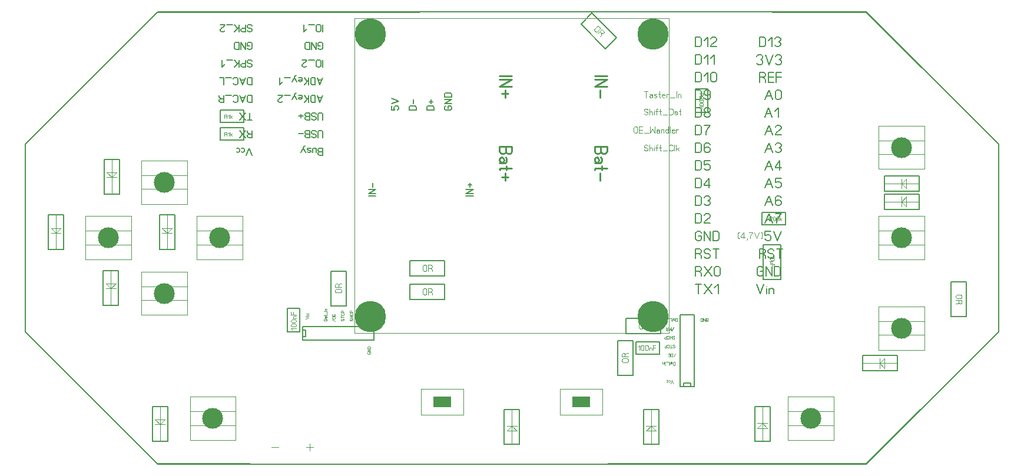
<source format=gbr>
%FSLAX34Y34*%
%MOMM*%
%LNCOPPER_BOTTOM*%
G71*
G01*
%ADD10C, 0.20*%
%ADD11C, 0.10*%
%ADD12C, 3.00*%
%ADD13R, 2.60X1.65*%
%ADD14C, 0.18*%
%ADD15C, 0.22*%
%ADD16C, 0.11*%
%ADD17C, 0.15*%
%ADD18C, 0.13*%
%ADD19C, 0.07*%
%ADD20C, 0.06*%
%ADD21C, 0.09*%
%ADD22C, 4.50*%
%LPD*%
G54D10*
X1410000Y520000D02*
X1410000Y789409D01*
X1219499Y979910D01*
X950090Y979911D01*
X1219589Y979409D01*
X1410000Y790000D01*
X1410000Y520000D01*
X1219588Y330000D01*
X469910Y329499D01*
X1219499Y329498D01*
X1410000Y520000D01*
G54D10*
X10000Y520000D02*
X10000Y789409D01*
X200501Y979910D01*
X950090Y979911D01*
X200411Y979409D01*
X10000Y790000D01*
X10000Y520000D01*
X200412Y330000D01*
X469910Y329499D01*
X200501Y329498D01*
X10000Y520000D01*
G54D11*
X177000Y606250D02*
X243000Y606250D01*
X243000Y543750D01*
G54D11*
X243000Y543750D02*
X177000Y543750D01*
X177000Y606250D01*
G54D11*
X177000Y585000D02*
X177000Y565000D01*
X243000Y565000D01*
X243000Y585000D01*
X177000Y585000D01*
X210000Y575000D02*
G54D12*
D03*
G54D11*
X579500Y437500D02*
X640500Y437500D01*
X640500Y400500D01*
X640500Y437500D01*
G54D11*
X640500Y400500D02*
X579500Y400500D01*
X579500Y437500D01*
X579500Y419000D01*
X579500Y437500D01*
X610000Y419000D02*
G54D13*
D03*
G54D14*
X1066190Y929932D02*
X1066190Y944154D01*
X1071523Y944154D01*
X1073657Y943265D01*
X1074723Y941487D01*
X1074723Y932598D01*
X1073657Y930821D01*
X1071523Y929932D01*
X1066190Y929932D01*
G54D14*
X1078634Y938821D02*
X1083967Y944154D01*
X1083967Y929932D01*
G54D14*
X1087878Y941487D02*
X1088945Y943265D01*
X1091078Y944154D01*
X1093211Y944154D01*
X1095345Y943265D01*
X1096411Y941487D01*
X1096411Y939710D01*
X1095345Y937932D01*
X1093211Y937043D01*
X1095345Y936154D01*
X1096411Y934376D01*
X1096411Y932598D01*
X1095345Y930821D01*
X1093211Y929932D01*
X1091078Y929932D01*
X1088945Y930821D01*
X1087878Y932598D01*
G54D14*
X1062108Y915691D02*
X1063175Y917468D01*
X1065308Y918357D01*
X1067441Y918357D01*
X1069575Y917468D01*
X1070641Y915691D01*
X1070641Y913913D01*
X1069575Y912135D01*
X1067441Y911246D01*
X1069575Y910357D01*
X1070641Y908579D01*
X1070641Y906802D01*
X1069575Y905024D01*
X1067441Y904135D01*
X1065308Y904135D01*
X1063175Y905024D01*
X1062108Y906802D01*
G54D14*
X1074552Y918357D02*
X1079885Y904135D01*
X1085219Y918357D01*
G54D14*
X1089130Y915691D02*
X1090197Y917468D01*
X1092330Y918357D01*
X1094463Y918357D01*
X1096597Y917468D01*
X1097663Y915691D01*
X1097663Y913913D01*
X1096597Y912135D01*
X1094463Y911246D01*
X1096597Y910357D01*
X1097663Y908579D01*
X1097663Y906802D01*
X1096597Y905024D01*
X1094463Y904135D01*
X1092330Y904135D01*
X1090197Y905024D01*
X1089130Y906802D01*
G54D14*
X1070575Y885846D02*
X1073775Y884068D01*
X1074841Y882291D01*
X1074841Y878735D01*
G54D14*
X1066308Y878735D02*
X1066308Y892957D01*
X1071641Y892957D01*
X1073775Y892068D01*
X1074841Y890291D01*
X1074841Y888513D01*
X1073775Y886735D01*
X1071641Y885846D01*
X1066308Y885846D01*
G54D14*
X1086219Y878735D02*
X1078752Y878735D01*
X1078752Y892957D01*
X1086219Y892957D01*
G54D14*
X1078752Y885846D02*
X1086219Y885846D01*
G54D14*
X1090130Y878735D02*
X1090130Y892957D01*
X1097597Y892957D01*
G54D14*
X1090130Y885846D02*
X1097597Y885846D01*
G54D14*
X1074038Y853732D02*
X1079372Y867954D01*
X1084705Y853732D01*
G54D14*
X1076172Y859065D02*
X1082572Y859065D01*
G54D14*
X1097150Y865287D02*
X1097150Y856399D01*
X1096083Y854621D01*
X1093950Y853732D01*
X1091816Y853732D01*
X1089683Y854621D01*
X1088616Y856399D01*
X1088616Y865287D01*
X1089683Y867065D01*
X1091816Y867954D01*
X1093950Y867954D01*
X1096083Y867065D01*
X1097150Y865287D01*
G54D14*
X1073638Y828332D02*
X1078972Y842554D01*
X1084305Y828332D01*
G54D14*
X1075772Y833665D02*
X1082172Y833665D01*
G54D14*
X1088216Y837221D02*
X1093550Y842554D01*
X1093550Y828332D01*
G54D14*
X1074038Y802932D02*
X1079372Y817154D01*
X1084705Y802932D01*
G54D14*
X1076172Y808265D02*
X1082572Y808265D01*
G54D14*
X1097150Y802932D02*
X1088616Y802932D01*
X1088616Y803821D01*
X1089683Y805599D01*
X1096083Y810932D01*
X1097150Y812710D01*
X1097150Y814487D01*
X1096083Y816265D01*
X1093950Y817154D01*
X1091816Y817154D01*
X1089683Y816265D01*
X1088616Y814487D01*
G54D14*
X1074038Y777532D02*
X1079372Y791754D01*
X1084705Y777532D01*
G54D14*
X1076172Y782865D02*
X1082572Y782865D01*
G54D14*
X1088616Y789087D02*
X1089683Y790865D01*
X1091816Y791754D01*
X1093950Y791754D01*
X1096083Y790865D01*
X1097150Y789087D01*
X1097150Y787310D01*
X1096083Y785532D01*
X1093950Y784643D01*
X1096083Y783754D01*
X1097150Y781976D01*
X1097150Y780198D01*
X1096083Y778421D01*
X1093950Y777532D01*
X1091816Y777532D01*
X1089683Y778421D01*
X1088616Y780198D01*
G54D14*
X1074023Y752132D02*
X1079357Y766355D01*
X1084690Y752132D01*
G54D14*
X1076157Y757466D02*
X1082557Y757466D01*
G54D14*
X1095001Y752132D02*
X1095001Y766355D01*
X1088601Y757466D01*
X1088601Y755688D01*
X1097135Y755688D01*
G54D14*
X1074038Y726732D02*
X1079372Y740954D01*
X1084705Y726732D01*
G54D14*
X1076172Y732065D02*
X1082572Y732065D01*
G54D14*
X1097150Y740954D02*
X1088616Y740954D01*
X1088616Y734732D01*
X1089683Y734732D01*
X1091816Y735621D01*
X1093950Y735621D01*
X1096083Y734732D01*
X1097150Y732954D01*
X1097150Y729398D01*
X1096083Y727621D01*
X1093950Y726732D01*
X1091816Y726732D01*
X1089683Y727621D01*
X1088616Y729398D01*
G54D14*
X1074038Y701332D02*
X1079372Y715554D01*
X1084705Y701332D01*
G54D14*
X1076172Y706665D02*
X1082572Y706665D01*
G54D14*
X1097150Y712887D02*
X1096083Y714665D01*
X1093950Y715554D01*
X1091816Y715554D01*
X1089683Y714665D01*
X1088616Y712887D01*
X1088616Y708443D01*
X1088616Y707554D01*
X1091816Y709332D01*
X1093950Y709332D01*
X1096083Y708443D01*
X1097150Y706665D01*
X1097150Y703998D01*
X1096083Y702221D01*
X1093950Y701332D01*
X1091816Y701332D01*
X1089683Y702221D01*
X1088616Y703998D01*
X1088616Y708443D01*
G54D14*
X1074024Y675933D02*
X1079358Y690156D01*
X1084691Y675933D01*
G54D14*
X1076158Y681267D02*
X1082558Y681267D01*
G54D14*
X1088602Y690156D02*
X1097136Y690156D01*
X1096069Y688378D01*
X1093936Y685711D01*
X1091802Y682156D01*
X1090736Y679489D01*
X1090736Y675933D01*
G54D14*
X1082559Y664754D02*
X1074025Y664754D01*
X1074025Y658532D01*
X1075092Y658532D01*
X1077225Y659421D01*
X1079359Y659421D01*
X1081492Y658532D01*
X1082559Y656754D01*
X1082559Y653198D01*
X1081492Y651421D01*
X1079359Y650532D01*
X1077225Y650532D01*
X1075092Y651421D01*
X1074025Y653198D01*
G54D14*
X1086469Y664754D02*
X1091803Y650532D01*
X1097136Y664754D01*
G54D14*
X1070048Y632243D02*
X1073248Y630465D01*
X1074315Y628687D01*
X1074315Y625132D01*
G54D14*
X1065781Y625132D02*
X1065781Y639354D01*
X1071115Y639354D01*
X1073248Y638465D01*
X1074315Y636687D01*
X1074315Y634910D01*
X1073248Y633132D01*
X1071115Y632243D01*
X1065781Y632243D01*
G54D14*
X1078225Y627798D02*
X1079292Y626021D01*
X1081425Y625132D01*
X1083559Y625132D01*
X1085692Y626021D01*
X1086759Y627798D01*
X1086759Y629576D01*
X1085692Y631354D01*
X1083559Y632243D01*
X1081425Y632243D01*
X1079292Y633132D01*
X1078225Y634910D01*
X1078225Y636687D01*
X1079292Y638465D01*
X1081425Y639354D01*
X1083559Y639354D01*
X1085692Y638465D01*
X1086759Y636687D01*
G54D14*
X1094936Y625132D02*
X1094936Y639354D01*
G54D14*
X1090669Y639354D02*
X1099203Y639354D01*
G54D14*
X1066888Y606843D02*
X1071155Y606843D01*
X1071155Y602398D01*
X1070088Y600621D01*
X1067955Y599732D01*
X1065821Y599732D01*
X1063688Y600621D01*
X1062621Y602398D01*
X1062621Y611287D01*
X1063688Y613065D01*
X1065821Y613954D01*
X1067955Y613954D01*
X1070088Y613065D01*
X1071155Y611287D01*
G54D14*
X1075065Y599732D02*
X1075065Y613954D01*
X1083599Y599732D01*
X1083599Y613954D01*
G54D14*
X1087509Y599732D02*
X1087509Y613954D01*
X1092843Y613954D01*
X1094976Y613065D01*
X1096043Y611287D01*
X1096043Y602398D01*
X1094976Y600621D01*
X1092843Y599732D01*
X1087509Y599732D01*
G54D14*
X1061561Y588554D02*
X1066894Y574332D01*
X1072227Y588554D01*
G54D14*
X1076139Y574332D02*
X1076139Y582332D01*
G54D14*
X1076139Y584998D02*
X1076139Y584998D01*
G54D14*
X1080050Y574332D02*
X1080050Y582332D01*
G54D14*
X1080050Y580554D02*
X1081116Y581798D01*
X1083250Y582332D01*
X1085383Y581798D01*
X1086450Y580554D01*
X1086450Y574332D01*
G54D14*
X974115Y929932D02*
X974115Y944154D01*
X979448Y944154D01*
X981582Y943265D01*
X982648Y941487D01*
X982648Y932598D01*
X981582Y930821D01*
X979448Y929932D01*
X974115Y929932D01*
G54D14*
X986559Y938821D02*
X991892Y944154D01*
X991892Y929932D01*
G54D14*
X1004336Y929932D02*
X995803Y929932D01*
X995803Y930821D01*
X996870Y932598D01*
X1003270Y937932D01*
X1004336Y939710D01*
X1004336Y941487D01*
X1003270Y943265D01*
X1001136Y944154D01*
X999003Y944154D01*
X996870Y943265D01*
X995803Y941487D01*
G54D14*
X974115Y904532D02*
X974115Y918754D01*
X979448Y918754D01*
X981582Y917865D01*
X982648Y916087D01*
X982648Y907199D01*
X981582Y905421D01*
X979448Y904532D01*
X974115Y904532D01*
G54D14*
X986559Y913421D02*
X991892Y918754D01*
X991892Y904532D01*
G54D14*
X995803Y913421D02*
X1001136Y918754D01*
X1001136Y904532D01*
G54D14*
X974115Y879132D02*
X974115Y893354D01*
X979448Y893354D01*
X981582Y892465D01*
X982648Y890687D01*
X982648Y881799D01*
X981582Y880021D01*
X979448Y879132D01*
X974115Y879132D01*
G54D14*
X986559Y888021D02*
X991892Y893354D01*
X991892Y879132D01*
G54D14*
X1004336Y890687D02*
X1004336Y881799D01*
X1003270Y880021D01*
X1001136Y879132D01*
X999003Y879132D01*
X996870Y880021D01*
X995803Y881799D01*
X995803Y890687D01*
X996870Y892465D01*
X999003Y893354D01*
X1001136Y893354D01*
X1003270Y892465D01*
X1004336Y890687D01*
G54D14*
X974115Y853732D02*
X974115Y867954D01*
X979448Y867954D01*
X981582Y867065D01*
X982648Y865287D01*
X982648Y856399D01*
X981582Y854621D01*
X979448Y853732D01*
X974115Y853732D01*
G54D14*
X986559Y856399D02*
X987626Y854621D01*
X989759Y853732D01*
X991892Y853732D01*
X994026Y854621D01*
X995092Y856399D01*
X995092Y860843D01*
X995092Y861732D01*
X991892Y859954D01*
X989759Y859954D01*
X987626Y860843D01*
X986559Y862621D01*
X986559Y865287D01*
X987626Y867065D01*
X989759Y867954D01*
X991892Y867954D01*
X994026Y867065D01*
X995092Y865287D01*
X995092Y860843D01*
G54D14*
X974115Y828332D02*
X974115Y842554D01*
X979448Y842554D01*
X981582Y841665D01*
X982648Y839887D01*
X982648Y830999D01*
X981582Y829221D01*
X979448Y828332D01*
X974115Y828332D01*
G54D14*
X991892Y835443D02*
X989759Y835443D01*
X987626Y836332D01*
X986559Y838110D01*
X986559Y839887D01*
X987626Y841665D01*
X989759Y842554D01*
X991892Y842554D01*
X994026Y841665D01*
X995092Y839887D01*
X995092Y838110D01*
X994026Y836332D01*
X991892Y835443D01*
X994026Y834554D01*
X995092Y832776D01*
X995092Y830999D01*
X994026Y829221D01*
X991892Y828332D01*
X989759Y828332D01*
X987626Y829221D01*
X986559Y830999D01*
X986559Y832776D01*
X987626Y834554D01*
X989759Y835443D01*
G54D14*
X974115Y802932D02*
X974115Y817154D01*
X979448Y817154D01*
X981582Y816265D01*
X982648Y814487D01*
X982648Y805599D01*
X981582Y803821D01*
X979448Y802932D01*
X974115Y802932D01*
G54D14*
X986559Y817154D02*
X995092Y817154D01*
X994026Y815376D01*
X991892Y812710D01*
X989759Y809154D01*
X988692Y806487D01*
X988692Y802932D01*
G54D14*
X974115Y777532D02*
X974115Y791754D01*
X979448Y791754D01*
X981582Y790865D01*
X982648Y789087D01*
X982648Y780198D01*
X981582Y778421D01*
X979448Y777532D01*
X974115Y777532D01*
G54D14*
X995092Y789087D02*
X994026Y790865D01*
X991892Y791754D01*
X989759Y791754D01*
X987626Y790865D01*
X986559Y789087D01*
X986559Y784643D01*
X986559Y783754D01*
X989759Y785532D01*
X991892Y785532D01*
X994026Y784643D01*
X995092Y782865D01*
X995092Y780198D01*
X994026Y778421D01*
X991892Y777532D01*
X989759Y777532D01*
X987626Y778421D01*
X986559Y780198D01*
X986559Y784643D01*
G54D14*
X974115Y752132D02*
X974115Y766354D01*
X979448Y766354D01*
X981582Y765465D01*
X982648Y763687D01*
X982648Y754798D01*
X981582Y753021D01*
X979448Y752132D01*
X974115Y752132D01*
G54D14*
X995092Y766354D02*
X986559Y766354D01*
X986559Y760132D01*
X987626Y760132D01*
X989759Y761021D01*
X991892Y761021D01*
X994026Y760132D01*
X995092Y758354D01*
X995092Y754798D01*
X994026Y753021D01*
X991892Y752132D01*
X989759Y752132D01*
X987626Y753021D01*
X986559Y754798D01*
G54D14*
X974115Y726732D02*
X974115Y740954D01*
X979448Y740954D01*
X981582Y740065D01*
X982648Y738287D01*
X982648Y729398D01*
X981582Y727621D01*
X979448Y726732D01*
X974115Y726732D01*
G54D14*
X992959Y726732D02*
X992959Y740954D01*
X986559Y732065D01*
X986559Y730287D01*
X995092Y730287D01*
G54D14*
X974115Y701332D02*
X974115Y715554D01*
X979448Y715554D01*
X981582Y714665D01*
X982648Y712887D01*
X982648Y703998D01*
X981582Y702221D01*
X979448Y701332D01*
X974115Y701332D01*
G54D14*
X986559Y712887D02*
X987626Y714665D01*
X989759Y715554D01*
X991892Y715554D01*
X994026Y714665D01*
X995092Y712887D01*
X995092Y711110D01*
X994026Y709332D01*
X991892Y708443D01*
X994026Y707554D01*
X995092Y705776D01*
X995092Y703998D01*
X994026Y702221D01*
X991892Y701332D01*
X989759Y701332D01*
X987626Y702221D01*
X986559Y703998D01*
G54D14*
X974115Y675932D02*
X974115Y690154D01*
X979448Y690154D01*
X981582Y689265D01*
X982648Y687487D01*
X982648Y678598D01*
X981582Y676821D01*
X979448Y675932D01*
X974115Y675932D01*
G54D14*
X995092Y675932D02*
X986559Y675932D01*
X986559Y676821D01*
X987626Y678598D01*
X994026Y683932D01*
X995092Y685710D01*
X995092Y687487D01*
X994026Y689265D01*
X991892Y690154D01*
X989759Y690154D01*
X987626Y689265D01*
X986559Y687487D01*
G54D14*
X978382Y657643D02*
X982648Y657643D01*
X982648Y653198D01*
X981582Y651421D01*
X979448Y650532D01*
X977315Y650532D01*
X975182Y651421D01*
X974115Y653198D01*
X974115Y662087D01*
X975182Y663865D01*
X977315Y664754D01*
X979448Y664754D01*
X981582Y663865D01*
X982648Y662087D01*
G54D14*
X986559Y650532D02*
X986559Y664754D01*
X995092Y650532D01*
X995092Y664754D01*
G54D14*
X999003Y650532D02*
X999003Y664754D01*
X1004336Y664754D01*
X1006470Y663865D01*
X1007536Y662087D01*
X1007536Y653198D01*
X1006470Y651421D01*
X1004336Y650532D01*
X999003Y650532D01*
G54D14*
X978382Y632243D02*
X981582Y630465D01*
X982648Y628687D01*
X982648Y625132D01*
G54D14*
X974115Y625132D02*
X974115Y639354D01*
X979448Y639354D01*
X981582Y638465D01*
X982648Y636687D01*
X982648Y634910D01*
X981582Y633132D01*
X979448Y632243D01*
X974115Y632243D01*
G54D14*
X986559Y627798D02*
X987626Y626021D01*
X989759Y625132D01*
X991892Y625132D01*
X994026Y626021D01*
X995092Y627798D01*
X995092Y629576D01*
X994026Y631354D01*
X991892Y632243D01*
X989759Y632243D01*
X987626Y633132D01*
X986559Y634910D01*
X986559Y636687D01*
X987626Y638465D01*
X989759Y639354D01*
X991892Y639354D01*
X994026Y638465D01*
X995092Y636687D01*
G54D14*
X1003270Y625132D02*
X1003270Y639354D01*
G54D14*
X999003Y639354D02*
X1007536Y639354D01*
G54D14*
X978382Y606843D02*
X981582Y605065D01*
X982648Y603287D01*
X982648Y599732D01*
G54D14*
X974115Y599732D02*
X974115Y613954D01*
X979448Y613954D01*
X981582Y613065D01*
X982648Y611287D01*
X982648Y609510D01*
X981582Y607732D01*
X979448Y606843D01*
X974115Y606843D01*
G54D14*
X986559Y613954D02*
X997226Y599732D01*
G54D14*
X986559Y599732D02*
X997226Y613954D01*
G54D14*
X1009670Y611287D02*
X1009670Y602398D01*
X1008604Y600621D01*
X1006470Y599732D01*
X1004337Y599732D01*
X1002204Y600621D01*
X1001137Y602398D01*
X1001137Y611287D01*
X1002204Y613065D01*
X1004337Y613954D01*
X1006470Y613954D01*
X1008604Y613065D01*
X1009670Y611287D01*
G54D14*
X978382Y574332D02*
X978382Y588554D01*
G54D14*
X974115Y588554D02*
X982648Y588554D01*
G54D14*
X986559Y588554D02*
X997226Y574332D01*
G54D14*
X986559Y574332D02*
X997226Y588554D01*
G54D14*
X1001137Y583221D02*
X1006470Y588554D01*
X1006470Y574332D01*
G54D11*
X177000Y766250D02*
X243000Y766250D01*
X243000Y703750D01*
G54D11*
X243000Y703750D02*
X177000Y703750D01*
X177000Y766250D01*
G54D11*
X177000Y745000D02*
X177000Y725000D01*
X243000Y725000D01*
X243000Y745000D01*
X177000Y745000D01*
X210000Y735000D02*
G54D12*
D03*
G54D11*
X97000Y686250D02*
X163000Y686250D01*
X163000Y623750D01*
G54D11*
X163000Y623750D02*
X97000Y623750D01*
X97000Y686250D01*
G54D11*
X97000Y665000D02*
X97000Y645000D01*
X163000Y645000D01*
X163000Y665000D01*
X97000Y665000D01*
X130000Y655000D02*
G54D12*
D03*
G54D11*
X257000Y686250D02*
X323000Y686250D01*
X323000Y623750D01*
G54D11*
X323000Y623750D02*
X257000Y623750D01*
X257000Y686250D01*
G54D11*
X257000Y665000D02*
X257000Y645000D01*
X323000Y645000D01*
X323000Y665000D01*
X257000Y665000D01*
X290000Y655000D02*
G54D12*
D03*
G54D11*
X779500Y437500D02*
X840500Y437500D01*
X840500Y400500D01*
X840500Y437500D01*
G54D11*
X840500Y400500D02*
X779500Y400500D01*
X779500Y437500D01*
X779500Y419000D01*
X779500Y437500D01*
X810000Y419000D02*
G54D13*
D03*
G54D11*
X1107000Y426250D02*
X1173000Y426250D01*
X1173000Y363750D01*
G54D11*
X1173000Y363750D02*
X1107000Y363750D01*
X1107000Y426250D01*
G54D11*
X1107000Y405000D02*
X1107000Y385000D01*
X1173000Y385000D01*
X1173000Y405000D01*
X1107000Y405000D01*
X1140000Y395000D02*
G54D12*
D03*
G54D11*
X1237000Y686250D02*
X1303000Y686250D01*
X1303000Y623750D01*
G54D11*
X1303000Y623750D02*
X1237000Y623750D01*
X1237000Y686250D01*
G54D11*
X1237000Y665000D02*
X1237000Y645000D01*
X1303000Y645000D01*
X1303000Y665000D01*
X1237000Y665000D01*
X1270000Y655000D02*
G54D12*
D03*
G54D11*
X1237000Y556250D02*
X1303000Y556250D01*
X1303000Y493750D01*
G54D11*
X1303000Y493750D02*
X1237000Y493750D01*
X1237000Y556250D01*
G54D11*
X1237000Y535000D02*
X1237000Y515000D01*
X1303000Y515000D01*
X1303000Y535000D01*
X1237000Y535000D01*
X1270000Y525000D02*
G54D12*
D03*
G54D11*
X1237000Y816250D02*
X1303000Y816250D01*
X1303000Y753750D01*
G54D11*
X1303000Y753750D02*
X1237000Y753750D01*
X1237000Y816250D01*
G54D11*
X1237000Y795000D02*
X1237000Y775000D01*
X1303000Y775000D01*
X1303000Y795000D01*
X1237000Y795000D01*
X1270000Y785000D02*
G54D12*
D03*
G54D15*
X692338Y888100D02*
X710115Y888100D01*
G54D15*
X692338Y883211D02*
X710115Y883211D01*
X692338Y872544D01*
X710115Y872544D01*
G54D15*
X700115Y867655D02*
X700115Y856988D01*
G54D15*
X704560Y862322D02*
X695671Y862322D01*
G54D15*
X828862Y888100D02*
X846640Y888100D01*
G54D15*
X828862Y883211D02*
X846640Y883211D01*
X828862Y872544D01*
X846640Y872544D01*
G54D15*
X836640Y867655D02*
X836640Y856988D01*
G54D15*
X692338Y786500D02*
X710115Y786500D01*
X710115Y779833D01*
X709004Y777167D01*
X706782Y775833D01*
X704560Y775833D01*
X702338Y777167D01*
X701226Y779833D01*
X700115Y777167D01*
X697893Y775833D01*
X695671Y775833D01*
X693449Y777167D01*
X692338Y779833D01*
X692338Y786500D01*
G54D15*
X701226Y786500D02*
X701226Y779833D01*
G54D15*
X701226Y770944D02*
X702338Y768277D01*
X702338Y765077D01*
X700115Y762944D01*
X692338Y762944D01*
G54D15*
X695671Y762944D02*
X697893Y764277D01*
X698338Y766944D01*
X697893Y769611D01*
X695671Y770944D01*
X693449Y770411D01*
X692338Y768277D01*
X692338Y766944D01*
X692338Y766411D01*
X693449Y764277D01*
X695671Y762944D01*
G54D15*
X710115Y755388D02*
X693449Y755388D01*
X692338Y754055D01*
X692782Y752722D01*
G54D15*
X702338Y758055D02*
X702338Y752722D01*
G54D15*
X700115Y747833D02*
X700115Y737166D01*
G54D15*
X704560Y742500D02*
X695671Y742500D01*
G54D15*
X828862Y786500D02*
X846640Y786500D01*
X846640Y779833D01*
X845529Y777167D01*
X843307Y775833D01*
X841085Y775833D01*
X838862Y777167D01*
X837751Y779833D01*
X836640Y777167D01*
X834418Y775833D01*
X832196Y775833D01*
X829974Y777167D01*
X828862Y779833D01*
X828862Y786500D01*
G54D15*
X837751Y786500D02*
X837751Y779833D01*
G54D15*
X837751Y770944D02*
X838862Y768277D01*
X838862Y765077D01*
X836640Y762944D01*
X828862Y762944D01*
G54D15*
X832196Y762944D02*
X834418Y764277D01*
X834862Y766944D01*
X834418Y769611D01*
X832196Y770944D01*
X829974Y770411D01*
X828862Y768277D01*
X828862Y766944D01*
X828862Y766411D01*
X829974Y764277D01*
X832196Y762944D01*
G54D15*
X846640Y755388D02*
X829974Y755388D01*
X828862Y754055D01*
X829307Y752722D01*
G54D15*
X838862Y758055D02*
X838862Y752722D01*
G54D15*
X836640Y747833D02*
X836640Y737166D01*
G54D16*
X1037000Y662889D02*
X1035667Y662333D01*
X1035000Y661222D01*
X1035000Y655667D01*
X1035667Y654556D01*
X1037000Y654000D01*
G54D16*
X1043444Y654000D02*
X1043444Y662889D01*
X1039444Y657333D01*
X1039444Y656222D01*
X1044777Y656222D01*
G54D16*
X1048554Y654000D02*
X1048554Y652889D01*
X1047888Y651778D01*
X1047221Y651778D01*
G54D16*
X1050998Y662889D02*
X1056331Y662889D01*
X1055665Y661778D01*
X1054331Y660111D01*
X1052998Y657889D01*
X1052331Y656222D01*
X1052331Y654000D01*
G54D16*
X1058775Y662889D02*
X1062108Y654000D01*
X1065442Y662889D01*
G54D16*
X1067886Y662889D02*
X1069219Y662333D01*
X1069886Y661222D01*
X1069886Y655667D01*
X1069219Y654556D01*
X1067886Y654000D01*
G54D11*
X247000Y426250D02*
X313000Y426250D01*
X313000Y363750D01*
G54D11*
X313000Y363750D02*
X247000Y363750D01*
X247000Y426250D01*
G54D11*
X247000Y405000D02*
X247000Y385000D01*
X313000Y385000D01*
X313000Y405000D01*
X247000Y405000D01*
X280000Y395000D02*
G54D12*
D03*
G54D11*
X204000Y412500D02*
X204000Y362500D01*
G54D11*
X197000Y393500D02*
X211000Y393500D01*
X204000Y386500D01*
X197000Y393500D01*
G54D11*
X204000Y386500D02*
X211000Y386500D01*
G54D11*
X204000Y386500D02*
X197000Y386500D01*
G54D17*
X215000Y412500D02*
X193000Y412500D01*
X193000Y362500D01*
X215000Y362500D01*
X215000Y412500D01*
G54D11*
X214000Y688000D02*
X214000Y638000D01*
G54D11*
X207000Y669000D02*
X221000Y669000D01*
X214000Y662000D01*
X207000Y669000D01*
G54D11*
X214000Y662000D02*
X221000Y662000D01*
G54D11*
X214000Y662000D02*
X207000Y662000D01*
G54D17*
X225000Y688000D02*
X203000Y688000D01*
X203000Y638000D01*
X225000Y638000D01*
X225000Y688000D01*
G54D11*
X133500Y608000D02*
X133500Y558000D01*
G54D11*
X126500Y589000D02*
X140500Y589000D01*
X133500Y582000D01*
X126500Y589000D01*
G54D11*
X133500Y582000D02*
X140500Y582000D01*
G54D11*
X133500Y582000D02*
X126500Y582000D01*
G54D17*
X144500Y608000D02*
X122500Y608000D01*
X122500Y558000D01*
X144500Y558000D01*
X144500Y608000D01*
G54D11*
X1264500Y474500D02*
X1214500Y474500D01*
G54D11*
X1245500Y481500D02*
X1245500Y467500D01*
X1238500Y474500D01*
X1245500Y481500D01*
G54D11*
X1238500Y474500D02*
X1238500Y467500D01*
G54D11*
X1238500Y474500D02*
X1238500Y481500D01*
G54D17*
X1264500Y463500D02*
X1264500Y485500D01*
X1214500Y485500D01*
X1214500Y463500D01*
X1264500Y463500D01*
G54D11*
X710000Y358000D02*
X710000Y408000D01*
G54D11*
X717000Y377000D02*
X703000Y377000D01*
X710000Y384000D01*
X717000Y377000D01*
G54D11*
X710000Y384000D02*
X703000Y384000D01*
G54D11*
X710000Y384000D02*
X717000Y384000D01*
G54D17*
X699000Y358000D02*
X721000Y358000D01*
X721000Y408000D01*
X699000Y408000D01*
X699000Y358000D01*
G54D11*
X134500Y768000D02*
X134500Y718000D01*
G54D11*
X127500Y749000D02*
X141500Y749000D01*
X134500Y742000D01*
X127500Y749000D01*
G54D11*
X134500Y742000D02*
X141500Y742000D01*
G54D11*
X134500Y742000D02*
X127500Y742000D01*
G54D17*
X145500Y768000D02*
X123500Y768000D01*
X123500Y718000D01*
X145500Y718000D01*
X145500Y768000D01*
G54D11*
X1296000Y733000D02*
X1246000Y733000D01*
G54D11*
X1277000Y740000D02*
X1277000Y726000D01*
X1270000Y733000D01*
X1277000Y740000D01*
G54D11*
X1270000Y733000D02*
X1270000Y726000D01*
G54D11*
X1270000Y733000D02*
X1270000Y740000D01*
G54D17*
X1296000Y722000D02*
X1296000Y744000D01*
X1246000Y744000D01*
X1246000Y722000D01*
X1296000Y722000D01*
G54D11*
X1070000Y362000D02*
X1070000Y412000D01*
G54D11*
X1077000Y381000D02*
X1063000Y381000D01*
X1070000Y388000D01*
X1077000Y381000D01*
G54D11*
X1070000Y388000D02*
X1063000Y388000D01*
G54D11*
X1070000Y388000D02*
X1077000Y388000D01*
G54D17*
X1059000Y362000D02*
X1081000Y362000D01*
X1081000Y412000D01*
X1059000Y412000D01*
X1059000Y362000D01*
G54D11*
X1296000Y707000D02*
X1246000Y707000D01*
G54D11*
X1277000Y714000D02*
X1277000Y700000D01*
X1270000Y707000D01*
X1277000Y714000D01*
G54D11*
X1270000Y707000D02*
X1270000Y700000D01*
G54D11*
X1270000Y707000D02*
X1270000Y714000D01*
G54D17*
X1296000Y696000D02*
X1296000Y718000D01*
X1246000Y718000D01*
X1246000Y696000D01*
X1296000Y696000D01*
G54D11*
X910000Y358000D02*
X910000Y408000D01*
G54D11*
X917000Y377000D02*
X903000Y377000D01*
X910000Y384000D01*
X917000Y377000D01*
G54D11*
X910000Y384000D02*
X903000Y384000D01*
G54D11*
X910000Y384000D02*
X917000Y384000D01*
G54D17*
X899000Y358000D02*
X921000Y358000D01*
X921000Y408000D01*
X899000Y408000D01*
X899000Y358000D01*
G54D18*
X618167Y841700D02*
X618167Y844900D01*
X621500Y844900D01*
X622833Y844100D01*
X623500Y842500D01*
X623500Y840900D01*
X622833Y839300D01*
X621500Y838500D01*
X614833Y838500D01*
X613500Y839300D01*
X612833Y840900D01*
X612833Y842500D01*
X613500Y844100D01*
X614833Y844900D01*
G54D18*
X623500Y847833D02*
X612833Y847833D01*
X623500Y854233D01*
X612833Y854233D01*
G54D18*
X623500Y857166D02*
X612833Y857166D01*
X612833Y861166D01*
X613500Y862766D01*
X614833Y863566D01*
X621500Y863566D01*
X622833Y862766D01*
X623500Y861166D01*
X623500Y857166D01*
G54D18*
X598100Y838500D02*
X587433Y838500D01*
X587433Y842500D01*
X588100Y844100D01*
X589433Y844900D01*
X596100Y844900D01*
X597433Y844100D01*
X598100Y842500D01*
X598100Y838500D01*
G54D18*
X593433Y847833D02*
X593433Y854233D01*
G54D18*
X590767Y851033D02*
X596100Y851033D01*
G54D18*
X572700Y838500D02*
X562033Y838500D01*
X562033Y842500D01*
X562700Y844100D01*
X564033Y844900D01*
X570700Y844900D01*
X572033Y844100D01*
X572700Y842500D01*
X572700Y838500D01*
G54D18*
X568033Y847833D02*
X568033Y854233D01*
G54D18*
X536633Y844900D02*
X536633Y838500D01*
X541300Y838500D01*
X541300Y839300D01*
X540633Y840900D01*
X540633Y842500D01*
X541300Y844100D01*
X542633Y844900D01*
X545300Y844900D01*
X546633Y844100D01*
X547300Y842500D01*
X547300Y840900D01*
X546633Y839300D01*
X545300Y838500D01*
G54D18*
X536633Y847833D02*
X547300Y851833D01*
X536633Y855833D01*
G54D18*
X654500Y715500D02*
X643833Y715500D01*
G54D18*
X654500Y718433D02*
X643833Y718433D01*
X654500Y724833D01*
X643833Y724833D01*
G54D18*
X649833Y727766D02*
X649833Y734166D01*
G54D18*
X647167Y730966D02*
X652500Y730966D01*
G54D18*
X514500Y715500D02*
X503833Y715500D01*
G54D18*
X514500Y718433D02*
X503833Y718433D01*
X514500Y724833D01*
X503833Y724833D01*
G54D18*
X509833Y727766D02*
X509833Y734166D01*
G54D17*
X290250Y821100D02*
X290250Y839100D01*
X324250Y839100D01*
X324250Y821100D01*
X290250Y821100D01*
G54D19*
X298349Y829767D02*
X299549Y829100D01*
X299949Y828433D01*
X299949Y827100D01*
G54D19*
X296749Y827100D02*
X296749Y832433D01*
X298749Y832433D01*
X299549Y832100D01*
X299949Y831433D01*
X299949Y830767D01*
X299549Y830100D01*
X298749Y829767D01*
X296749Y829767D01*
G54D19*
X301416Y830433D02*
X303416Y832433D01*
X303416Y827100D01*
G54D19*
X304883Y827100D02*
X304883Y832433D01*
G54D19*
X306083Y829100D02*
X307283Y827100D01*
G54D19*
X304883Y828433D02*
X307283Y830100D01*
G54D17*
X290250Y795700D02*
X290250Y813700D01*
X324250Y813700D01*
X324250Y795700D01*
X290250Y795700D01*
G54D19*
X298349Y804367D02*
X299549Y803700D01*
X299949Y803033D01*
X299949Y801700D01*
G54D19*
X296749Y801700D02*
X296749Y807033D01*
X298749Y807033D01*
X299549Y806700D01*
X299949Y806033D01*
X299949Y805367D01*
X299549Y804700D01*
X298749Y804367D01*
X296749Y804367D01*
G54D19*
X301416Y805033D02*
X303416Y807033D01*
X303416Y801700D01*
G54D19*
X304883Y801700D02*
X304883Y807033D01*
G54D19*
X306083Y803700D02*
X307283Y801700D01*
G54D19*
X304883Y803033D02*
X307283Y804700D01*
G54D17*
X472000Y557000D02*
X450000Y557000D01*
X450000Y607000D01*
X472000Y607000D01*
X472000Y557000D01*
G54D16*
X457777Y581333D02*
X463332Y581333D01*
X464444Y580666D01*
X464999Y579334D01*
X464999Y578000D01*
X464444Y576666D01*
X463332Y576000D01*
X457776Y576000D01*
X456666Y576667D01*
X456110Y578000D01*
X456110Y579333D01*
X456666Y580667D01*
X457777Y581333D01*
G54D16*
X460554Y586443D02*
X461666Y588444D01*
X462777Y589110D01*
X464999Y589110D01*
G54D16*
X464999Y583777D02*
X456110Y583777D01*
X456110Y587110D01*
X456666Y588443D01*
X457777Y589110D01*
X458888Y589111D01*
X459999Y588444D01*
X460554Y587110D01*
X460554Y583777D01*
G54D11*
X414000Y354000D02*
X424000Y354000D01*
G54D11*
X419000Y354000D02*
X419000Y359000D01*
G54D11*
X419000Y354000D02*
X419000Y349000D01*
G54D11*
X364000Y354000D02*
X374000Y354000D01*
G54D17*
X952168Y441137D02*
X972169Y441136D01*
X972169Y544036D01*
X952169Y544037D01*
X952168Y441137D01*
G54D17*
X957169Y441137D02*
X967169Y441136D01*
X967169Y446137D01*
X957169Y446137D01*
X957169Y441137D01*
G54D20*
X990485Y536964D02*
X989152Y536964D01*
X989152Y538353D01*
X989485Y538909D01*
X990152Y539186D01*
X990818Y539186D01*
X991485Y538909D01*
X991819Y538353D01*
X991819Y535575D01*
X991485Y535020D01*
X990818Y534742D01*
X990152Y534742D01*
X989485Y535020D01*
X989152Y535575D01*
G54D20*
X987930Y539186D02*
X987930Y534742D01*
X985263Y539187D01*
X985263Y534742D01*
G54D20*
X984041Y539187D02*
X984041Y534742D01*
X982374Y534742D01*
X981707Y535020D01*
X981374Y535575D01*
X981374Y538353D01*
X981707Y538909D01*
X982374Y539187D01*
X984041Y539187D01*
G54D20*
X944947Y488459D02*
X942280Y484014D01*
G54D20*
X938391Y484848D02*
X938391Y487625D01*
X938724Y488181D01*
X939391Y488459D01*
X940058Y488459D01*
X940724Y488181D01*
X941057Y487625D01*
X941058Y484848D01*
X940724Y484292D01*
X940058Y484014D01*
X939391Y484014D01*
X938724Y484292D01*
X938391Y484848D01*
G54D20*
X934835Y488459D02*
X937169Y488459D01*
X937168Y484014D01*
X934835Y484014D01*
G54D20*
X937168Y486237D02*
X934835Y486237D01*
G54D20*
X942724Y526003D02*
X940058Y521559D01*
G54D20*
X938835Y526003D02*
X938835Y521559D01*
X937169Y524337D01*
X935502Y521559D01*
X935502Y526003D01*
G54D20*
X932947Y523781D02*
X931947Y524336D01*
X931614Y524892D01*
X931614Y526003D01*
G54D20*
X934280Y526003D02*
X934280Y521559D01*
X932614Y521559D01*
X931947Y521836D01*
X931614Y522392D01*
X931614Y522948D01*
X931947Y523503D01*
X932614Y523781D01*
X934280Y523781D01*
G54D20*
X943818Y500353D02*
X943485Y500909D01*
X942819Y501187D01*
X942152Y501187D01*
X941485Y500909D01*
X941152Y500353D01*
X941152Y499798D01*
X941485Y499242D01*
X942152Y498964D01*
X942818Y498964D01*
X943485Y498686D01*
X943819Y498130D01*
X943818Y497575D01*
X943485Y497020D01*
X942819Y496742D01*
X942152Y496742D01*
X941485Y497020D01*
X941152Y497575D01*
G54D20*
X938596Y501187D02*
X938596Y496742D01*
G54D20*
X939930Y496742D02*
X937263Y496742D01*
G54D20*
X933374Y500353D02*
X933707Y500909D01*
X934374Y501187D01*
X935041Y501187D01*
X935707Y500909D01*
X936040Y500353D01*
X936040Y497575D01*
X935707Y497020D01*
X935041Y496742D01*
X934374Y496742D01*
X933707Y497020D01*
X933374Y497575D01*
G54D20*
X932152Y501187D02*
X932152Y496742D01*
X930485Y496742D01*
X929818Y497020D01*
X929485Y497575D01*
X929485Y498131D01*
X929818Y498687D01*
X930485Y498964D01*
X932152Y498964D01*
G54D20*
X943724Y513025D02*
X943391Y513581D01*
X942724Y513858D01*
X942058Y513859D01*
X941391Y513581D01*
X941058Y513025D01*
X941058Y512470D01*
X941391Y511914D01*
X942058Y511637D01*
X942724Y511636D01*
X943391Y511359D01*
X943724Y510803D01*
X943725Y510248D01*
X943391Y509692D01*
X942724Y509414D01*
X942058Y509414D01*
X941391Y509692D01*
X941057Y510248D01*
G54D20*
X939835Y513859D02*
X939835Y509414D01*
G54D20*
X937168Y513859D02*
X937169Y509414D01*
G54D20*
X939835Y511636D02*
X937168Y511636D01*
G54D20*
X933280Y513025D02*
X933613Y513581D01*
X934280Y513858D01*
X934946Y513858D01*
X935613Y513581D01*
X935946Y513025D01*
X935947Y510248D01*
X935613Y509692D01*
X934946Y509414D01*
X934280Y509414D01*
X933613Y509692D01*
X933279Y510248D01*
G54D20*
X932057Y513859D02*
X932057Y509414D01*
X930391Y509414D01*
X929724Y509692D01*
X929390Y510248D01*
X929390Y510803D01*
X929724Y511359D01*
X930391Y511636D01*
X932057Y511636D01*
G54D20*
X947819Y539186D02*
X947818Y534742D01*
X946152Y534742D01*
X945485Y535020D01*
X945152Y535575D01*
X945152Y538353D01*
X945485Y538909D01*
X946152Y539186D01*
X947819Y539186D01*
G54D20*
X943930Y536964D02*
X943263Y536687D01*
X942463Y536687D01*
X941930Y537242D01*
X941930Y539186D01*
G54D20*
X941930Y538353D02*
X942263Y537798D01*
X942930Y537686D01*
X943596Y537798D01*
X943930Y538353D01*
X943796Y538909D01*
X943263Y539187D01*
X942930Y539186D01*
X942796Y539186D01*
X942263Y538909D01*
X941930Y538353D01*
G54D20*
X940041Y534742D02*
X940041Y538909D01*
X939708Y539187D01*
X939374Y539075D01*
G54D20*
X940708Y536686D02*
X939374Y536686D01*
G54D20*
X938153Y539186D02*
X934819Y539186D01*
G54D20*
X930931Y535575D02*
X930931Y538353D01*
X931264Y538909D01*
X931931Y539186D01*
X932598Y539186D01*
X933264Y538909D01*
X933598Y538353D01*
X933598Y535575D01*
X933264Y535019D01*
X932598Y534742D01*
X931931Y534742D01*
X931264Y535020D01*
X930931Y535575D01*
G54D20*
X927708Y536686D02*
X927709Y539186D01*
G54D20*
X927709Y538631D02*
X928042Y539075D01*
X928709Y539187D01*
X929375Y539075D01*
X929709Y538631D01*
X929709Y536686D01*
G54D20*
X925820Y534742D02*
X925820Y538909D01*
X925487Y539186D01*
X925153Y539076D01*
G54D20*
X926486Y536686D02*
X925153Y536686D01*
G54D20*
X944280Y476036D02*
X944280Y471592D01*
X942613Y471592D01*
X941946Y471870D01*
X941613Y472426D01*
X941613Y475203D01*
X941946Y475759D01*
X942613Y476036D01*
X944280Y476036D01*
G54D20*
X940391Y473814D02*
X939724Y473537D01*
X938924Y473537D01*
X938391Y474092D01*
X938390Y476036D01*
G54D20*
X938391Y475203D02*
X938724Y474648D01*
X939390Y474536D01*
X940057Y474648D01*
X940391Y475203D01*
X940257Y475759D01*
X939724Y476036D01*
X939391Y476036D01*
X939257Y476037D01*
X938724Y475759D01*
X938391Y475203D01*
G54D20*
X936502Y471592D02*
X936502Y475759D01*
X936169Y476036D01*
X935835Y475925D01*
G54D20*
X937169Y473537D02*
X935835Y473537D01*
G54D20*
X934613Y476036D02*
X931280Y476037D01*
G54D20*
X930059Y476037D02*
X930058Y471592D01*
G54D20*
X928836Y476036D02*
X928837Y473536D01*
G54D20*
X928837Y474092D02*
X928503Y473703D01*
X927837Y473537D01*
X927170Y473703D01*
X926837Y474092D01*
X926837Y476036D01*
G54D20*
X941724Y445470D02*
X940057Y449914D01*
X938390Y445470D01*
G54D20*
X935502Y447581D02*
X936169Y447414D01*
X936835Y447581D01*
X937169Y448137D01*
X937169Y449248D01*
X936835Y449803D01*
X936169Y449914D01*
X935502Y449803D01*
G54D20*
X932613Y447581D02*
X933280Y447414D01*
X933946Y447581D01*
X934280Y448136D01*
X934280Y449248D01*
X933946Y449803D01*
X933280Y449914D01*
X932613Y449803D01*
G54D17*
X888018Y487515D02*
X888018Y505515D01*
X922018Y505515D01*
X922018Y487515D01*
X888018Y487515D01*
G54D21*
X890743Y497535D02*
X893410Y500201D01*
X893410Y493090D01*
G54D21*
X899633Y498868D02*
X899632Y494424D01*
X899100Y493535D01*
X898033Y493090D01*
X896966Y493090D01*
X895899Y493535D01*
X895366Y494424D01*
X895366Y498868D01*
X895899Y499757D01*
X896966Y500201D01*
X898033Y500201D01*
X899099Y499757D01*
X899633Y498868D01*
G54D21*
X905856Y498868D02*
X905856Y494424D01*
X905322Y493535D01*
X904256Y493090D01*
X903189Y493090D01*
X902122Y493535D01*
X901589Y494424D01*
X901589Y498868D01*
X902122Y499757D01*
X903189Y500201D01*
X904256Y500201D01*
X905322Y499757D01*
X905856Y498868D01*
G54D21*
X907812Y493090D02*
X907812Y497090D01*
G54D21*
X907812Y496202D02*
X908345Y496824D01*
X909412Y497090D01*
X910478Y496824D01*
X911012Y496202D01*
X911012Y493090D01*
G54D21*
X912968Y493090D02*
X912968Y500201D01*
X916702Y500201D01*
G54D21*
X912968Y496646D02*
X916701Y496646D01*
G54D17*
X1341000Y592000D02*
X1363000Y592000D01*
X1363000Y542000D01*
X1341000Y542000D01*
X1341000Y592000D01*
G54D16*
X1355223Y567667D02*
X1349668Y567667D01*
X1348556Y568334D01*
X1348001Y569666D01*
X1348001Y571000D01*
X1348556Y572334D01*
X1349668Y573000D01*
X1355224Y573000D01*
X1356334Y572333D01*
X1356890Y571000D01*
X1356890Y569667D01*
X1356334Y568334D01*
X1355223Y567667D01*
G54D16*
X1352446Y562557D02*
X1351334Y560556D01*
X1350223Y559890D01*
X1348001Y559890D01*
G54D16*
X1348001Y565223D02*
X1356890Y565223D01*
X1356890Y561890D01*
X1356334Y560557D01*
X1355223Y559890D01*
X1354112Y559889D01*
X1353001Y560556D01*
X1352446Y561890D01*
X1352446Y565223D01*
G54D17*
X408750Y527484D02*
X408750Y507484D01*
X511650Y507484D01*
X511650Y527484D01*
X408750Y527484D01*
G54D17*
X408750Y522484D02*
X408750Y512484D01*
X413750Y512484D01*
X413750Y522484D01*
X408750Y522484D01*
G54D20*
X504578Y489167D02*
X504578Y490500D01*
X505967Y490501D01*
X506522Y490167D01*
X506800Y489501D01*
X506800Y488834D01*
X506522Y488168D01*
X505967Y487834D01*
X503189Y487834D01*
X502633Y488168D01*
X502356Y488834D01*
X502356Y489501D01*
X502633Y490168D01*
X503189Y490501D01*
G54D20*
X506800Y491723D02*
X502355Y491723D01*
X506800Y494390D01*
X502355Y494390D01*
G54D20*
X506800Y495612D02*
X502355Y495612D01*
X502355Y497279D01*
X502633Y497946D01*
X503189Y498279D01*
X505967Y498279D01*
X506522Y497946D01*
X506800Y497279D01*
X506800Y495612D01*
G54D20*
X456072Y534706D02*
X451628Y537373D01*
G54D20*
X452461Y541262D02*
X455239Y541262D01*
X455794Y540928D01*
X456072Y540262D01*
X456072Y539595D01*
X455794Y538928D01*
X455239Y538595D01*
X452461Y538595D01*
X451906Y538928D01*
X451628Y539595D01*
X451628Y540262D01*
X451906Y540928D01*
X452461Y541262D01*
G54D20*
X456072Y544818D02*
X456072Y542484D01*
X451628Y542484D01*
X451628Y544818D01*
G54D20*
X453850Y542484D02*
X453850Y544818D01*
G54D20*
X493616Y536928D02*
X489172Y539595D01*
G54D20*
X493616Y540817D02*
X489172Y540817D01*
X491950Y542484D01*
X489172Y544151D01*
X493617Y544151D01*
G54D20*
X491394Y546706D02*
X491950Y547706D01*
X492506Y548039D01*
X493617Y548039D01*
G54D20*
X493616Y545372D02*
X489172Y545372D01*
X489172Y547039D01*
X489450Y547706D01*
X490006Y548039D01*
X490561Y548039D01*
X491117Y547706D01*
X491394Y547039D01*
X491394Y545372D01*
G54D20*
X467967Y535834D02*
X468522Y536167D01*
X468800Y536834D01*
X468800Y537501D01*
X468522Y538167D01*
X467967Y538501D01*
X467411Y538501D01*
X466855Y538168D01*
X466578Y537501D01*
X466578Y536834D01*
X466300Y536168D01*
X465744Y535834D01*
X465189Y535834D01*
X464633Y536168D01*
X464356Y536834D01*
X464356Y537501D01*
X464633Y538167D01*
X465189Y538501D01*
G54D20*
X468800Y541056D02*
X464355Y541056D01*
G54D20*
X464356Y539723D02*
X464355Y542390D01*
G54D20*
X467967Y546279D02*
X468522Y545946D01*
X468800Y545279D01*
X468800Y544612D01*
X468522Y543946D01*
X467966Y543612D01*
X465189Y543612D01*
X464633Y543946D01*
X464356Y544612D01*
X464356Y545279D01*
X464633Y545945D01*
X465189Y546279D01*
G54D20*
X468800Y547501D02*
X464356Y547501D01*
X464355Y549168D01*
X464633Y549835D01*
X465189Y550168D01*
X465745Y550168D01*
X466300Y549834D01*
X466578Y549168D01*
X466578Y547501D01*
G54D20*
X480639Y535928D02*
X481194Y536262D01*
X481472Y536928D01*
X481472Y537595D01*
X481194Y538262D01*
X480638Y538595D01*
X480083Y538595D01*
X479528Y538262D01*
X479250Y537595D01*
X479250Y536928D01*
X478972Y536262D01*
X478416Y535928D01*
X477861Y535928D01*
X477305Y536262D01*
X477028Y536928D01*
X477028Y537595D01*
X477305Y538262D01*
X477861Y538595D01*
G54D20*
X481472Y539817D02*
X477028Y539817D01*
G54D20*
X481472Y542484D02*
X477028Y542484D01*
G54D20*
X479250Y539817D02*
X479250Y542484D01*
G54D20*
X480638Y546373D02*
X481194Y546040D01*
X481472Y545373D01*
X481472Y544706D01*
X481194Y544040D01*
X480639Y543706D01*
X477861Y543706D01*
X477305Y544040D01*
X477028Y544706D01*
X477028Y545373D01*
X477305Y546040D01*
X477861Y546373D01*
G54D20*
X481472Y547595D02*
X477028Y547595D01*
X477028Y549262D01*
X477306Y549929D01*
X477861Y550262D01*
X478416Y550262D01*
X478972Y549929D01*
X479250Y549262D01*
X479250Y547595D01*
G54D20*
X506800Y531834D02*
X502355Y531834D01*
X502355Y533500D01*
X502633Y534168D01*
X503189Y534501D01*
X505967Y534501D01*
X506522Y534167D01*
X506800Y533500D01*
X506800Y531834D01*
G54D20*
X504578Y535723D02*
X504300Y536390D01*
X504300Y537190D01*
X504856Y537723D01*
X506800Y537723D01*
G54D20*
X505966Y537723D02*
X505411Y537390D01*
X505300Y536723D01*
X505411Y536056D01*
X505967Y535723D01*
X506522Y535856D01*
X506800Y536390D01*
X506800Y536723D01*
X506800Y536856D01*
X506522Y537390D01*
X505966Y537723D01*
G54D20*
X502355Y539612D02*
X506522Y539612D01*
X506800Y539945D01*
X506689Y540278D01*
G54D20*
X504300Y538945D02*
X504300Y540278D01*
G54D20*
X506800Y541500D02*
X506800Y544833D01*
G54D20*
X503189Y548722D02*
X505967Y548722D01*
X506522Y548388D01*
X506800Y547722D01*
X506800Y547055D01*
X506522Y546388D01*
X505966Y546055D01*
X503189Y546055D01*
X502633Y546389D01*
X502355Y547055D01*
X502355Y547722D01*
X502633Y548388D01*
X503189Y548722D01*
G54D20*
X504300Y551944D02*
X506800Y551944D01*
G54D20*
X506244Y551944D02*
X506689Y551611D01*
X506800Y550944D01*
X506689Y550278D01*
X506244Y549944D01*
X504300Y549944D01*
G54D20*
X502355Y553833D02*
X506522Y553833D01*
X506800Y554166D01*
X506689Y554500D01*
G54D20*
X504300Y553166D02*
X504300Y554500D01*
G54D20*
X443650Y535373D02*
X439206Y535373D01*
X439205Y537040D01*
X439483Y537706D01*
X440039Y538040D01*
X442817Y538040D01*
X443372Y537706D01*
X443650Y537040D01*
X443650Y535373D01*
G54D20*
X441428Y539262D02*
X441150Y539929D01*
X441150Y540729D01*
X441706Y541262D01*
X443650Y541262D01*
G54D20*
X442816Y541262D02*
X442261Y540929D01*
X442150Y540262D01*
X442261Y539595D01*
X442816Y539262D01*
X443372Y539395D01*
X443650Y539929D01*
X443650Y540262D01*
X443650Y540396D01*
X443372Y540929D01*
X442816Y541262D01*
G54D20*
X439205Y543151D02*
X443372Y543150D01*
X443650Y543484D01*
X443539Y543817D01*
G54D20*
X441150Y542484D02*
X441150Y543818D01*
G54D20*
X443650Y545039D02*
X443650Y548372D01*
G54D20*
X443650Y549594D02*
X439206Y549594D01*
G54D20*
X443650Y550816D02*
X441150Y550816D01*
G54D20*
X441705Y550816D02*
X441316Y551150D01*
X441150Y551816D01*
X441316Y552483D01*
X441705Y552816D01*
X443650Y552816D01*
G54D20*
X413083Y537929D02*
X417528Y539596D01*
X413083Y541263D01*
G54D20*
X415194Y544151D02*
X415028Y543484D01*
X415194Y542817D01*
X415750Y542484D01*
X416861Y542484D01*
X417417Y542817D01*
X417528Y543484D01*
X417417Y544150D01*
G54D20*
X415194Y547040D02*
X415028Y546373D01*
X415194Y545707D01*
X415750Y545373D01*
X416861Y545373D01*
X417417Y545707D01*
X417528Y546373D01*
X417417Y547040D01*
G54D17*
X884000Y457000D02*
X862000Y457000D01*
X862000Y507000D01*
X884000Y507000D01*
X884000Y457000D01*
G54D16*
X869777Y481333D02*
X875332Y481333D01*
X876444Y480666D01*
X876999Y479334D01*
X876999Y478000D01*
X876444Y476666D01*
X875332Y476000D01*
X869776Y476000D01*
X868666Y476667D01*
X868110Y478000D01*
X868110Y479333D01*
X868666Y480667D01*
X869777Y481333D01*
G54D16*
X872554Y486443D02*
X873666Y488444D01*
X874777Y489110D01*
X876999Y489110D01*
G54D16*
X876999Y483777D02*
X868110Y483777D01*
X868110Y487110D01*
X868666Y488443D01*
X869777Y489110D01*
X870888Y489110D01*
X871999Y488444D01*
X872554Y487110D01*
X872554Y483777D01*
G54D17*
X809230Y962586D02*
X824787Y978142D01*
X860142Y942787D01*
X844586Y927230D01*
X809230Y962586D01*
G54D16*
X836494Y955437D02*
X832566Y951508D01*
X831308Y951194D01*
X829973Y951744D01*
X829030Y952687D01*
X828480Y954023D01*
X828794Y955280D01*
X832723Y959208D01*
X833980Y959522D01*
X835316Y958972D01*
X836258Y958030D01*
X836808Y956694D01*
X836494Y955437D01*
G54D16*
X838143Y949859D02*
X838772Y947659D01*
X838458Y946402D01*
X836886Y944831D01*
G54D16*
X833115Y948602D02*
X839400Y954887D01*
X841757Y952531D01*
X842307Y951195D01*
X841993Y949938D01*
X841208Y949152D01*
X839950Y948838D01*
X838615Y949388D01*
X836258Y951745D01*
G54D17*
X1071000Y645000D02*
X1097000Y645000D01*
X1097000Y595000D01*
X1071000Y595000D01*
X1071000Y645000D01*
G54D19*
X1085133Y628968D02*
X1087133Y626968D01*
X1081800Y626968D01*
G54D19*
X1086134Y622301D02*
X1082800Y622301D01*
X1082133Y622701D01*
X1081800Y623501D01*
X1081800Y624301D01*
X1082133Y625101D01*
X1082800Y625501D01*
X1086133Y625501D01*
X1086800Y625101D01*
X1087133Y624301D01*
X1087133Y623501D01*
X1086800Y622701D01*
X1086134Y622301D01*
G54D19*
X1084800Y620834D02*
X1080467Y620834D01*
G54D19*
X1084800Y618434D02*
X1081800Y618434D01*
G54D19*
X1082467Y618434D02*
X1081933Y618834D01*
X1081800Y619634D01*
X1081933Y620434D01*
X1082467Y620834D01*
X1084800Y620834D01*
G54D19*
X1081800Y616967D02*
X1087133Y616967D01*
X1087134Y614167D01*
G54D19*
X1084467Y616967D02*
X1084467Y614167D01*
G54D17*
X405018Y519515D02*
X387018Y519515D01*
X387018Y553515D01*
X405018Y553515D01*
X405018Y519515D01*
G54D21*
X394998Y522240D02*
X392332Y524907D01*
X399443Y524907D01*
G54D21*
X393665Y531130D02*
X398109Y531130D01*
X398998Y530597D01*
X399443Y529530D01*
X399443Y528463D01*
X398998Y527396D01*
X398109Y526863D01*
X393665Y526863D01*
X392776Y527396D01*
X392332Y528463D01*
X392332Y529530D01*
X392776Y530596D01*
X393665Y531130D01*
G54D21*
X393665Y537352D02*
X398109Y537353D01*
X398998Y536819D01*
X399443Y535753D01*
X399443Y534686D01*
X398998Y533619D01*
X398109Y533086D01*
X393665Y533086D01*
X392776Y533619D01*
X392332Y534686D01*
X392332Y535752D01*
X392776Y536819D01*
X393665Y537352D01*
G54D21*
X399443Y539309D02*
X395443Y539309D01*
G54D21*
X396332Y539309D02*
X395709Y539842D01*
X395443Y540909D01*
X395709Y541975D01*
X396332Y542509D01*
X399443Y542509D01*
G54D21*
X399443Y544465D02*
X392332Y544465D01*
X392332Y548199D01*
G54D21*
X395887Y544465D02*
X395887Y548198D01*
G54D11*
X54500Y688000D02*
X54500Y638000D01*
G54D11*
X47500Y669000D02*
X61500Y669000D01*
X54500Y662000D01*
X47500Y669000D01*
G54D11*
X54500Y662000D02*
X61500Y662000D01*
G54D11*
X54500Y662000D02*
X47500Y662000D01*
G54D17*
X65500Y688000D02*
X43500Y688000D01*
X43500Y638000D01*
X65500Y638000D01*
X65500Y688000D01*
G54D17*
X973812Y869185D02*
X991812Y869185D01*
X991812Y835185D01*
X973812Y835185D01*
X973812Y869185D01*
G54D19*
X982478Y861086D02*
X981812Y859886D01*
X981145Y859486D01*
X979812Y859486D01*
G54D19*
X979812Y862686D02*
X985145Y862686D01*
X985145Y860686D01*
X984812Y859886D01*
X984145Y859486D01*
X983478Y859486D01*
X982812Y859886D01*
X982478Y860686D01*
X982478Y862686D01*
G54D19*
X979812Y854819D02*
X979812Y858019D01*
X980145Y858019D01*
X980812Y857619D01*
X982812Y855219D01*
X983478Y854819D01*
X984145Y854819D01*
X984812Y855219D01*
X985145Y856019D01*
X985145Y856819D01*
X984812Y857619D01*
X984145Y858019D01*
G54D19*
X984145Y850152D02*
X980812Y850152D01*
X980145Y850552D01*
X979812Y851352D01*
X979812Y852152D01*
X980145Y852952D01*
X980812Y853352D01*
X984145Y853352D01*
X984812Y852952D01*
X985145Y852152D01*
X985145Y851352D01*
X984812Y850552D01*
X984145Y850152D01*
G54D19*
X984145Y845485D02*
X980812Y845485D01*
X980145Y845885D01*
X979812Y846685D01*
X979812Y847485D01*
X980145Y848285D01*
X980812Y848685D01*
X984145Y848685D01*
X984812Y848285D01*
X985145Y847485D01*
X985145Y846685D01*
X984812Y845885D01*
X984145Y845485D01*
G54D19*
X979812Y844018D02*
X985145Y844018D01*
G54D19*
X981812Y842818D02*
X979812Y841618D01*
G54D19*
X981145Y844018D02*
X982812Y841618D01*
G54D16*
X900000Y781667D02*
X900667Y780556D01*
X902000Y780000D01*
X903333Y780000D01*
X904667Y780556D01*
X905333Y781667D01*
X905333Y782778D01*
X904667Y783889D01*
X903333Y784444D01*
X902000Y784444D01*
X900667Y785000D01*
X900000Y786111D01*
X900000Y787222D01*
X900667Y788333D01*
X902000Y788889D01*
X903333Y788889D01*
X904667Y788333D01*
X905333Y787222D01*
G54D16*
X907777Y780000D02*
X907777Y788889D01*
G54D16*
X907777Y783556D02*
X908444Y784667D01*
X909777Y785000D01*
X911110Y784667D01*
X911777Y783556D01*
X911777Y780000D01*
G54D16*
X914221Y780000D02*
X914221Y785000D01*
G54D16*
X914221Y786667D02*
X914221Y786667D01*
G54D16*
X917998Y780000D02*
X917998Y788333D01*
X918665Y788889D01*
X919332Y788556D01*
G54D16*
X916665Y785000D02*
X919332Y785000D01*
G54D16*
X923109Y788889D02*
X923109Y780556D01*
X923776Y780000D01*
X924443Y780222D01*
G54D16*
X921776Y785000D02*
X924443Y785000D01*
G54D16*
X926887Y780000D02*
X933554Y780000D01*
G54D16*
X941331Y781667D02*
X940665Y780556D01*
X939331Y780000D01*
X937998Y780000D01*
X936665Y780556D01*
X935998Y781667D01*
X935998Y787222D01*
X936665Y788333D01*
X937998Y788889D01*
X939331Y788889D01*
X940665Y788333D01*
X941331Y787222D01*
G54D16*
X943775Y780000D02*
X943775Y788889D01*
G54D16*
X946219Y780000D02*
X946219Y788889D01*
G54D16*
X948219Y783333D02*
X950219Y780000D01*
G54D16*
X946219Y782222D02*
X950219Y785000D01*
G54D16*
X890333Y813222D02*
X890333Y807667D01*
X889667Y806556D01*
X888333Y806000D01*
X887000Y806000D01*
X885667Y806556D01*
X885000Y807667D01*
X885000Y813222D01*
X885667Y814333D01*
X887000Y814889D01*
X888333Y814889D01*
X889667Y814333D01*
X890333Y813222D01*
G54D16*
X897444Y806000D02*
X892777Y806000D01*
X892777Y814889D01*
X897444Y814889D01*
G54D16*
X892777Y810444D02*
X897444Y810444D01*
G54D16*
X899888Y806000D02*
X906555Y806000D01*
G54D16*
X908999Y814889D02*
X908999Y806000D01*
X912332Y811556D01*
X915666Y806000D01*
X915666Y814889D01*
G54D16*
X918110Y810444D02*
X919443Y811000D01*
X921043Y811000D01*
X922110Y809889D01*
X922110Y806000D01*
G54D16*
X922110Y807667D02*
X921443Y808778D01*
X920110Y809000D01*
X918777Y808778D01*
X918110Y807667D01*
X918377Y806556D01*
X919443Y806000D01*
X920110Y806000D01*
X920377Y806000D01*
X921443Y806556D01*
X922110Y807667D01*
G54D16*
X924554Y806000D02*
X924554Y811000D01*
G54D16*
X924554Y809889D02*
X925221Y810667D01*
X926554Y811000D01*
X927887Y810667D01*
X928554Y809889D01*
X928554Y806000D01*
G54D16*
X934998Y806000D02*
X934998Y814889D01*
G54D16*
X934998Y809556D02*
X934331Y810667D01*
X932998Y811000D01*
X931665Y810667D01*
X930998Y809556D01*
X930998Y807333D01*
X931665Y806222D01*
X932998Y806000D01*
X934331Y806222D01*
X934998Y807333D01*
G54D16*
X937442Y806000D02*
X937442Y814889D01*
G54D16*
X943886Y806556D02*
X942819Y806000D01*
X941486Y806000D01*
X940153Y806556D01*
X939886Y807667D01*
X939886Y809556D01*
X940553Y810667D01*
X941886Y811000D01*
X943219Y810667D01*
X943886Y809889D01*
X943886Y808778D01*
X939886Y808778D01*
G54D16*
X946330Y806000D02*
X946330Y811000D01*
G54D16*
X946330Y809889D02*
X947663Y811000D01*
X948997Y811000D01*
G54D16*
X902667Y857000D02*
X902667Y865889D01*
G54D16*
X900000Y865889D02*
X905333Y865889D01*
G54D16*
X907777Y861444D02*
X909110Y862000D01*
X910710Y862000D01*
X911777Y860889D01*
X911777Y857000D01*
G54D16*
X911777Y858667D02*
X911110Y859778D01*
X909777Y860000D01*
X908444Y859778D01*
X907777Y858667D01*
X908044Y857556D01*
X909110Y857000D01*
X909777Y857000D01*
X910044Y857000D01*
X911110Y857556D01*
X911777Y858667D01*
G54D16*
X914221Y857556D02*
X915554Y857000D01*
X916888Y857000D01*
X918221Y857556D01*
X918221Y858667D01*
X917554Y859222D01*
X914888Y859778D01*
X914221Y860333D01*
X914221Y861444D01*
X915554Y862000D01*
X916888Y862000D01*
X918221Y861444D01*
G54D16*
X921998Y865889D02*
X921998Y857556D01*
X922665Y857000D01*
X923332Y857222D01*
G54D16*
X920665Y862000D02*
X923332Y862000D01*
G54D16*
X929776Y857556D02*
X928709Y857000D01*
X927376Y857000D01*
X926043Y857556D01*
X925776Y858667D01*
X925776Y860556D01*
X926443Y861667D01*
X927776Y862000D01*
X929109Y861667D01*
X929776Y860889D01*
X929776Y859778D01*
X925776Y859778D01*
G54D16*
X932220Y857000D02*
X932220Y862000D01*
G54D16*
X932220Y860889D02*
X933553Y862000D01*
X934887Y862000D01*
G54D16*
X937331Y857000D02*
X943998Y857000D01*
G54D16*
X946442Y857000D02*
X946442Y865889D01*
G54D16*
X948886Y857000D02*
X948886Y862000D01*
G54D16*
X948886Y860889D02*
X949553Y861667D01*
X950886Y862000D01*
X952219Y861667D01*
X952886Y860889D01*
X952886Y857000D01*
G54D17*
X563000Y566000D02*
X563000Y588000D01*
X613000Y588000D01*
X613000Y566000D01*
X563000Y566000D01*
G54D16*
X587333Y580223D02*
X587333Y574668D01*
X586666Y573556D01*
X585334Y573001D01*
X584000Y573001D01*
X582666Y573556D01*
X582000Y574668D01*
X582000Y580224D01*
X582667Y581334D01*
X584000Y581890D01*
X585333Y581890D01*
X586667Y581334D01*
X587333Y580223D01*
G54D16*
X592443Y577446D02*
X594444Y576334D01*
X595110Y575223D01*
X595110Y573001D01*
G54D16*
X589777Y573001D02*
X589777Y581890D01*
X593110Y581890D01*
X594443Y581334D01*
X595110Y580223D01*
X595111Y579112D01*
X594444Y578001D01*
X593110Y577446D01*
X589777Y577446D01*
G54D16*
X900000Y833667D02*
X900667Y832556D01*
X902000Y832000D01*
X903333Y832000D01*
X904667Y832556D01*
X905333Y833667D01*
X905333Y834778D01*
X904667Y835889D01*
X903333Y836444D01*
X902000Y836444D01*
X900667Y837000D01*
X900000Y838111D01*
X900000Y839222D01*
X900667Y840333D01*
X902000Y840889D01*
X903333Y840889D01*
X904667Y840333D01*
X905333Y839222D01*
G54D16*
X907777Y832000D02*
X907777Y840889D01*
G54D16*
X907777Y835556D02*
X908444Y836667D01*
X909777Y837000D01*
X911110Y836667D01*
X911777Y835556D01*
X911777Y832000D01*
G54D16*
X914221Y832000D02*
X914221Y837000D01*
G54D16*
X914221Y838667D02*
X914221Y838667D01*
G54D16*
X917998Y832000D02*
X917998Y840333D01*
X918665Y840889D01*
X919332Y840556D01*
G54D16*
X916665Y837000D02*
X919332Y837000D01*
G54D16*
X923109Y840889D02*
X923109Y832556D01*
X923776Y832000D01*
X924443Y832222D01*
G54D16*
X921776Y837000D02*
X924443Y837000D01*
G54D16*
X926887Y832000D02*
X933554Y832000D01*
G54D16*
X935998Y832000D02*
X935998Y840889D01*
X939331Y840889D01*
X940665Y840333D01*
X941331Y839222D01*
X941331Y833667D01*
X940665Y832556D01*
X939331Y832000D01*
X935998Y832000D01*
G54D16*
X943775Y836444D02*
X945108Y837000D01*
X946708Y837000D01*
X947775Y835889D01*
X947775Y832000D01*
G54D16*
X947775Y833667D02*
X947108Y834778D01*
X945775Y835000D01*
X944442Y834778D01*
X943775Y833667D01*
X944042Y832556D01*
X945108Y832000D01*
X945775Y832000D01*
X946042Y832000D01*
X947108Y832556D01*
X947775Y833667D01*
G54D16*
X951552Y840889D02*
X951552Y832556D01*
X952219Y832000D01*
X952886Y832222D01*
G54D16*
X950219Y837000D02*
X952886Y837000D01*
G54D17*
X874000Y517000D02*
X874000Y539000D01*
X924000Y539000D01*
X924000Y517000D01*
X874000Y517000D01*
G54D16*
X898333Y531223D02*
X898333Y525668D01*
X897667Y524556D01*
X896334Y524001D01*
X895000Y524001D01*
X893666Y524556D01*
X893000Y525668D01*
X893000Y531224D01*
X893667Y532334D01*
X895000Y532890D01*
X896333Y532890D01*
X897666Y532334D01*
X898333Y531223D01*
G54D16*
X903443Y528446D02*
X905444Y527334D01*
X906111Y526223D01*
X906110Y524001D01*
G54D16*
X900777Y524001D02*
X900777Y532890D01*
X904110Y532890D01*
X905443Y532334D01*
X906110Y531223D01*
X906111Y530112D01*
X905444Y529001D01*
X904110Y528446D01*
X900777Y528446D01*
G54D17*
X563000Y600000D02*
X563000Y622000D01*
X613000Y622000D01*
X613000Y600000D01*
X563000Y600000D01*
G54D16*
X587333Y614223D02*
X587333Y608668D01*
X586666Y607556D01*
X585334Y607001D01*
X584000Y607001D01*
X582666Y607556D01*
X582000Y608668D01*
X582000Y614224D01*
X582667Y615334D01*
X584000Y615890D01*
X585333Y615890D01*
X586667Y615334D01*
X587333Y614223D01*
G54D16*
X592443Y611446D02*
X594444Y610334D01*
X595110Y609223D01*
X595110Y607001D01*
G54D16*
X589777Y607001D02*
X589777Y615890D01*
X593110Y615890D01*
X594443Y615334D01*
X595110Y614223D01*
X595111Y613112D01*
X594444Y612001D01*
X593110Y611446D01*
X589777Y611446D01*
G54D11*
X484000Y971200D02*
X936000Y971200D01*
G54D11*
X936000Y971200D02*
X936000Y518200D01*
G54D11*
X936000Y518200D02*
X484000Y518200D01*
G54D11*
X484000Y518200D02*
X484000Y971200D01*
X506800Y947900D02*
G54D22*
D03*
X913200Y947900D02*
G54D22*
D03*
X506800Y541500D02*
G54D22*
D03*
X913200Y541500D02*
G54D22*
D03*
G54D18*
X437950Y784100D02*
X437950Y773433D01*
X433950Y773433D01*
X432350Y774100D01*
X431550Y775433D01*
X431550Y776767D01*
X432350Y778100D01*
X433950Y778767D01*
X432350Y779433D01*
X431550Y780767D01*
X431550Y782100D01*
X432350Y783433D01*
X433950Y784100D01*
X437950Y784100D01*
G54D18*
X437950Y778767D02*
X433950Y778767D01*
G54D18*
X423817Y778100D02*
X423817Y784100D01*
G54D18*
X423817Y782767D02*
X424617Y783833D01*
X426217Y784100D01*
X427817Y783833D01*
X428617Y782767D01*
X428617Y778100D01*
G54D18*
X420884Y783433D02*
X419284Y784100D01*
X417684Y784100D01*
X416084Y783433D01*
X416084Y782100D01*
X416884Y781433D01*
X420084Y780767D01*
X420884Y780100D01*
X420884Y778767D01*
X419284Y778100D01*
X417684Y778100D01*
X416084Y778767D01*
G54D18*
X413151Y778100D02*
X409951Y784100D01*
X406751Y778100D01*
G54D18*
X409951Y784100D02*
X410751Y786100D01*
X411551Y786767D01*
X412351Y786767D01*
G54D18*
X437950Y798833D02*
X437950Y807500D01*
X437150Y808833D01*
X435550Y809500D01*
X433950Y809500D01*
X432350Y808833D01*
X431550Y807500D01*
X431550Y798833D01*
G54D18*
X428617Y807500D02*
X427817Y808833D01*
X426217Y809500D01*
X424617Y809500D01*
X423017Y808833D01*
X422217Y807500D01*
X422217Y806167D01*
X423017Y804833D01*
X424617Y804167D01*
X426217Y804167D01*
X427817Y803500D01*
X428617Y802167D01*
X428617Y800833D01*
X427817Y799500D01*
X426217Y798833D01*
X424617Y798833D01*
X423017Y799500D01*
X422217Y800833D01*
G54D18*
X419284Y809500D02*
X419284Y798833D01*
X415284Y798833D01*
X413684Y799500D01*
X412884Y800833D01*
X412884Y802167D01*
X413684Y803500D01*
X415284Y804167D01*
X413684Y804833D01*
X412884Y806167D01*
X412884Y807500D01*
X413684Y808833D01*
X415284Y809500D01*
X419284Y809500D01*
G54D18*
X419284Y804167D02*
X415284Y804167D01*
G54D18*
X409951Y804833D02*
X403551Y804833D01*
G54D18*
X437950Y824233D02*
X437950Y832900D01*
X437150Y834233D01*
X435550Y834900D01*
X433950Y834900D01*
X432350Y834233D01*
X431550Y832900D01*
X431550Y824233D01*
G54D18*
X428617Y832900D02*
X427817Y834233D01*
X426217Y834900D01*
X424617Y834900D01*
X423017Y834233D01*
X422217Y832900D01*
X422217Y831567D01*
X423017Y830233D01*
X424617Y829567D01*
X426217Y829567D01*
X427817Y828900D01*
X428617Y827567D01*
X428617Y826233D01*
X427817Y824900D01*
X426217Y824233D01*
X424617Y824233D01*
X423017Y824900D01*
X422217Y826233D01*
G54D18*
X419284Y834900D02*
X419284Y824233D01*
X415284Y824233D01*
X413684Y824900D01*
X412884Y826233D01*
X412884Y827567D01*
X413684Y828900D01*
X415284Y829567D01*
X413684Y830233D01*
X412884Y831567D01*
X412884Y832900D01*
X413684Y834233D01*
X415284Y834900D01*
X419284Y834900D01*
G54D18*
X419284Y829567D02*
X415284Y829567D01*
G54D18*
X409951Y830233D02*
X403551Y830233D01*
G54D18*
X406751Y827567D02*
X406751Y832900D01*
G54D18*
X437950Y860300D02*
X433950Y849633D01*
X429950Y860300D01*
G54D18*
X436350Y856300D02*
X431550Y856300D01*
G54D18*
X427017Y860300D02*
X427017Y849633D01*
X423017Y849633D01*
X421417Y850300D01*
X420617Y851633D01*
X420617Y858300D01*
X421417Y859633D01*
X423017Y860300D01*
X427017Y860300D01*
G54D18*
X417684Y860300D02*
X417684Y849633D01*
G54D18*
X417684Y856967D02*
X411284Y849633D01*
G54D18*
X415284Y854967D02*
X411284Y860300D01*
G54D18*
X403551Y859633D02*
X404831Y860300D01*
X406431Y860300D01*
X408031Y859633D01*
X408351Y858300D01*
X408351Y856033D01*
X407551Y854700D01*
X405951Y854300D01*
X404351Y854700D01*
X403551Y855633D01*
X403551Y856967D01*
X408351Y856967D01*
G54D18*
X400618Y854300D02*
X397418Y860300D01*
X394218Y854300D01*
G54D18*
X397418Y860300D02*
X398218Y862300D01*
X399018Y862967D01*
X399818Y862967D01*
G54D18*
X391285Y860300D02*
X383285Y860300D01*
G54D18*
X373952Y860300D02*
X380352Y860300D01*
X380352Y859633D01*
X379552Y858300D01*
X374752Y854300D01*
X373952Y852967D01*
X373952Y851633D01*
X374752Y850300D01*
X376352Y849633D01*
X377952Y849633D01*
X379552Y850300D01*
X380352Y851633D01*
G54D18*
X437950Y885700D02*
X433950Y875033D01*
X429950Y885700D01*
G54D18*
X436350Y881700D02*
X431550Y881700D01*
G54D18*
X427017Y885700D02*
X427017Y875033D01*
X423017Y875033D01*
X421417Y875700D01*
X420617Y877033D01*
X420617Y883700D01*
X421417Y885033D01*
X423017Y885700D01*
X427017Y885700D01*
G54D18*
X417684Y885700D02*
X417684Y875033D01*
G54D18*
X417684Y882367D02*
X411284Y875033D01*
G54D18*
X415284Y880367D02*
X411284Y885700D01*
G54D18*
X403551Y885033D02*
X404831Y885700D01*
X406431Y885700D01*
X408031Y885033D01*
X408351Y883700D01*
X408351Y881433D01*
X407551Y880100D01*
X405951Y879700D01*
X404351Y880100D01*
X403551Y881033D01*
X403551Y882367D01*
X408351Y882367D01*
G54D18*
X400618Y879700D02*
X397418Y885700D01*
X394218Y879700D01*
G54D18*
X397418Y885700D02*
X398218Y887700D01*
X399018Y888367D01*
X399818Y888367D01*
G54D18*
X391285Y885700D02*
X383285Y885700D01*
G54D18*
X380352Y879033D02*
X376352Y875033D01*
X376352Y885700D01*
G54D18*
X437950Y885700D02*
X433950Y875033D01*
X429950Y885700D01*
G54D18*
X436350Y881700D02*
X431550Y881700D01*
G54D18*
X427017Y885700D02*
X427017Y875033D01*
X423017Y875033D01*
X421417Y875700D01*
X420617Y877033D01*
X420617Y883700D01*
X421417Y885033D01*
X423017Y885700D01*
X427017Y885700D01*
G54D18*
X417684Y885700D02*
X417684Y875033D01*
G54D18*
X417684Y882367D02*
X411284Y875033D01*
G54D18*
X415284Y880367D02*
X411284Y885700D01*
G54D18*
X403551Y885033D02*
X404831Y885700D01*
X406431Y885700D01*
X408031Y885033D01*
X408351Y883700D01*
X408351Y881433D01*
X407551Y880100D01*
X405951Y879700D01*
X404351Y880100D01*
X403551Y881033D01*
X403551Y882367D01*
X408351Y882367D01*
G54D18*
X400618Y879700D02*
X397418Y885700D01*
X394218Y879700D01*
G54D18*
X397418Y885700D02*
X398218Y887700D01*
X399018Y888367D01*
X399818Y888367D01*
G54D18*
X391285Y885700D02*
X383285Y885700D01*
G54D18*
X380352Y879033D02*
X376352Y875033D01*
X376352Y885700D01*
G54D18*
X437950Y911100D02*
X437950Y900433D01*
G54D18*
X428617Y902433D02*
X428617Y909100D01*
X429417Y910433D01*
X431017Y911100D01*
X432617Y911100D01*
X434217Y910433D01*
X435017Y909100D01*
X435017Y902433D01*
X434217Y901100D01*
X432617Y900433D01*
X431017Y900433D01*
X429417Y901100D01*
X428617Y902433D01*
G54D18*
X425684Y911100D02*
X417684Y911100D01*
G54D18*
X408351Y911100D02*
X414751Y911100D01*
X414751Y910433D01*
X413951Y909100D01*
X409151Y905100D01*
X408351Y903767D01*
X408351Y902433D01*
X409151Y901100D01*
X410751Y900433D01*
X412351Y900433D01*
X413951Y901100D01*
X414751Y902433D01*
G54D18*
X437950Y911100D02*
X437950Y900433D01*
G54D18*
X428617Y902433D02*
X428617Y909100D01*
X429417Y910433D01*
X431017Y911100D01*
X432617Y911100D01*
X434217Y910433D01*
X435017Y909100D01*
X435017Y902433D01*
X434217Y901100D01*
X432617Y900433D01*
X431017Y900433D01*
X429417Y901100D01*
X428617Y902433D01*
G54D18*
X425684Y911100D02*
X417684Y911100D01*
G54D18*
X408351Y911100D02*
X414751Y911100D01*
X414751Y910433D01*
X413951Y909100D01*
X409151Y905100D01*
X408351Y903767D01*
X408351Y902433D01*
X409151Y901100D01*
X410751Y900433D01*
X412351Y900433D01*
X413951Y901100D01*
X414751Y902433D01*
G54D18*
X434750Y931167D02*
X431550Y931167D01*
X431550Y934500D01*
X432350Y935833D01*
X433950Y936500D01*
X435550Y936500D01*
X437150Y935833D01*
X437950Y934500D01*
X437950Y927833D01*
X437150Y926500D01*
X435550Y925833D01*
X433950Y925833D01*
X432350Y926500D01*
X431550Y927833D01*
G54D18*
X428617Y936500D02*
X428617Y925833D01*
X422217Y936500D01*
X422217Y925833D01*
G54D18*
X419284Y936500D02*
X419284Y925833D01*
X415284Y925833D01*
X413684Y926500D01*
X412884Y927833D01*
X412884Y934500D01*
X413684Y935833D01*
X415284Y936500D01*
X419284Y936500D01*
G54D18*
X434750Y931167D02*
X431550Y931167D01*
X431550Y934500D01*
X432350Y935833D01*
X433950Y936500D01*
X435550Y936500D01*
X437150Y935833D01*
X437950Y934500D01*
X437950Y927833D01*
X437150Y926500D01*
X435550Y925833D01*
X433950Y925833D01*
X432350Y926500D01*
X431550Y927833D01*
G54D18*
X428617Y936500D02*
X428617Y925833D01*
X422217Y936500D01*
X422217Y925833D01*
G54D18*
X419284Y936500D02*
X419284Y925833D01*
X415284Y925833D01*
X413684Y926500D01*
X412884Y927833D01*
X412884Y934500D01*
X413684Y935833D01*
X415284Y936500D01*
X419284Y936500D01*
G54D18*
X437950Y961900D02*
X437950Y951233D01*
G54D18*
X428617Y953233D02*
X428617Y959900D01*
X429417Y961233D01*
X431017Y961900D01*
X432617Y961900D01*
X434217Y961233D01*
X435017Y959900D01*
X435017Y953233D01*
X434217Y951900D01*
X432617Y951233D01*
X431017Y951233D01*
X429417Y951900D01*
X428617Y953233D01*
G54D18*
X425684Y961900D02*
X417684Y961900D01*
G54D18*
X414751Y955233D02*
X410751Y951233D01*
X410751Y961900D01*
G54D18*
X437950Y961900D02*
X437950Y951233D01*
G54D18*
X428617Y953233D02*
X428617Y959900D01*
X429417Y961233D01*
X431017Y961900D01*
X432617Y961900D01*
X434217Y961233D01*
X435017Y959900D01*
X435017Y953233D01*
X434217Y951900D01*
X432617Y951233D01*
X431017Y951233D01*
X429417Y951900D01*
X428617Y953233D01*
G54D18*
X425684Y961900D02*
X417684Y961900D01*
G54D18*
X414751Y955233D02*
X410751Y951233D01*
X410751Y961900D01*
G54D18*
X336050Y773433D02*
X332050Y784100D01*
X328050Y773433D01*
G54D18*
X321117Y778500D02*
X322717Y778100D01*
X324317Y778500D01*
X325117Y779833D01*
X325117Y782500D01*
X324317Y783833D01*
X322717Y784100D01*
X321117Y783833D01*
G54D18*
X314184Y778500D02*
X315784Y778100D01*
X317384Y778500D01*
X318184Y779833D01*
X318184Y782500D01*
X317384Y783833D01*
X315784Y784100D01*
X314184Y783833D01*
G54D18*
X332850Y804167D02*
X330450Y805500D01*
X329650Y806833D01*
X329650Y809500D01*
G54D18*
X336050Y809500D02*
X336050Y798833D01*
X332050Y798833D01*
X330450Y799500D01*
X329650Y800833D01*
X329650Y802167D01*
X330450Y803500D01*
X332050Y804167D01*
X336050Y804167D01*
G54D18*
X326717Y798833D02*
X318717Y809500D01*
G54D18*
X326717Y809500D02*
X318717Y798833D01*
G54D18*
X332850Y834900D02*
X332850Y824233D01*
G54D18*
X336050Y824233D02*
X329650Y824233D01*
G54D18*
X326717Y824233D02*
X318717Y834900D01*
G54D18*
X326717Y834900D02*
X318717Y824233D01*
G54D18*
X336050Y860300D02*
X336050Y849633D01*
X332050Y849633D01*
X330450Y850300D01*
X329650Y851633D01*
X329650Y858300D01*
X330450Y859633D01*
X332050Y860300D01*
X336050Y860300D01*
G54D18*
X326717Y860300D02*
X322717Y849633D01*
X318717Y860300D01*
G54D18*
X325117Y856300D02*
X320317Y856300D01*
G54D18*
X309384Y858300D02*
X310184Y859633D01*
X311784Y860300D01*
X313384Y860300D01*
X314984Y859633D01*
X315784Y858300D01*
X315784Y851633D01*
X314984Y850300D01*
X313384Y849633D01*
X311784Y849633D01*
X310184Y850300D01*
X309384Y851633D01*
G54D18*
X306451Y860300D02*
X298451Y860300D01*
G54D18*
X292318Y854967D02*
X289918Y856300D01*
X289118Y857633D01*
X289118Y860300D01*
G54D18*
X295518Y860300D02*
X295518Y849633D01*
X291518Y849633D01*
X289918Y850300D01*
X289118Y851633D01*
X289118Y852967D01*
X289918Y854300D01*
X291518Y854967D01*
X295518Y854967D01*
G54D18*
X336050Y860300D02*
X336050Y849633D01*
X332050Y849633D01*
X330450Y850300D01*
X329650Y851633D01*
X329650Y858300D01*
X330450Y859633D01*
X332050Y860300D01*
X336050Y860300D01*
G54D18*
X326717Y860300D02*
X322717Y849633D01*
X318717Y860300D01*
G54D18*
X325117Y856300D02*
X320317Y856300D01*
G54D18*
X309384Y858300D02*
X310184Y859633D01*
X311784Y860300D01*
X313384Y860300D01*
X314984Y859633D01*
X315784Y858300D01*
X315784Y851633D01*
X314984Y850300D01*
X313384Y849633D01*
X311784Y849633D01*
X310184Y850300D01*
X309384Y851633D01*
G54D18*
X306451Y860300D02*
X298451Y860300D01*
G54D18*
X292318Y854967D02*
X289918Y856300D01*
X289118Y857633D01*
X289118Y860300D01*
G54D18*
X295518Y860300D02*
X295518Y849633D01*
X291518Y849633D01*
X289918Y850300D01*
X289118Y851633D01*
X289118Y852967D01*
X289918Y854300D01*
X291518Y854967D01*
X295518Y854967D01*
G54D18*
X336050Y885700D02*
X336050Y875033D01*
X332050Y875033D01*
X330450Y875700D01*
X329650Y877033D01*
X329650Y883700D01*
X330450Y885033D01*
X332050Y885700D01*
X336050Y885700D01*
G54D18*
X326717Y885700D02*
X322717Y875033D01*
X318717Y885700D01*
G54D18*
X325117Y881700D02*
X320317Y881700D01*
G54D18*
X309384Y883700D02*
X310184Y885033D01*
X311784Y885700D01*
X313384Y885700D01*
X314984Y885033D01*
X315784Y883700D01*
X315784Y877033D01*
X314984Y875700D01*
X313384Y875033D01*
X311784Y875033D01*
X310184Y875700D01*
X309384Y877033D01*
G54D18*
X306451Y885700D02*
X298451Y885700D01*
G54D18*
X295518Y875033D02*
X295518Y885700D01*
X289918Y885700D01*
G54D18*
X336050Y885700D02*
X336050Y875033D01*
X332050Y875033D01*
X330450Y875700D01*
X329650Y877033D01*
X329650Y883700D01*
X330450Y885033D01*
X332050Y885700D01*
X336050Y885700D01*
G54D18*
X326717Y885700D02*
X322717Y875033D01*
X318717Y885700D01*
G54D18*
X325117Y881700D02*
X320317Y881700D01*
G54D18*
X309384Y883700D02*
X310184Y885033D01*
X311784Y885700D01*
X313384Y885700D01*
X314984Y885033D01*
X315784Y883700D01*
X315784Y877033D01*
X314984Y875700D01*
X313384Y875033D01*
X311784Y875033D01*
X310184Y875700D01*
X309384Y877033D01*
G54D18*
X306451Y885700D02*
X298451Y885700D01*
G54D18*
X295518Y875033D02*
X295518Y885700D01*
X289918Y885700D01*
G54D18*
X336050Y909100D02*
X335250Y910433D01*
X333650Y911100D01*
X332050Y911100D01*
X330450Y910433D01*
X329650Y909100D01*
X329650Y907767D01*
X330450Y906433D01*
X332050Y905767D01*
X333650Y905767D01*
X335250Y905100D01*
X336050Y903767D01*
X336050Y902433D01*
X335250Y901100D01*
X333650Y900433D01*
X332050Y900433D01*
X330450Y901100D01*
X329650Y902433D01*
G54D18*
X326717Y911100D02*
X326717Y900433D01*
X322717Y900433D01*
X321117Y901100D01*
X320317Y902433D01*
X320317Y903767D01*
X321117Y905100D01*
X322717Y905767D01*
X326717Y905767D01*
G54D18*
X317384Y911100D02*
X317384Y900433D01*
G54D18*
X317384Y907767D02*
X310984Y900433D01*
G54D18*
X314984Y905767D02*
X310984Y911100D01*
G54D18*
X308051Y911100D02*
X300051Y911100D01*
G54D18*
X297118Y904433D02*
X293118Y900433D01*
X293118Y911100D01*
G54D18*
X336050Y909100D02*
X335250Y910433D01*
X333650Y911100D01*
X332050Y911100D01*
X330450Y910433D01*
X329650Y909100D01*
X329650Y907767D01*
X330450Y906433D01*
X332050Y905767D01*
X333650Y905767D01*
X335250Y905100D01*
X336050Y903767D01*
X336050Y902433D01*
X335250Y901100D01*
X333650Y900433D01*
X332050Y900433D01*
X330450Y901100D01*
X329650Y902433D01*
G54D18*
X326717Y911100D02*
X326717Y900433D01*
X322717Y900433D01*
X321117Y901100D01*
X320317Y902433D01*
X320317Y903767D01*
X321117Y905100D01*
X322717Y905767D01*
X326717Y905767D01*
G54D18*
X317384Y911100D02*
X317384Y900433D01*
G54D18*
X317384Y907767D02*
X310984Y900433D01*
G54D18*
X314984Y905767D02*
X310984Y911100D01*
G54D18*
X308051Y911100D02*
X300051Y911100D01*
G54D18*
X297118Y904433D02*
X293118Y900433D01*
X293118Y911100D01*
G54D18*
X332850Y931167D02*
X329650Y931167D01*
X329650Y934500D01*
X330450Y935833D01*
X332050Y936500D01*
X333650Y936500D01*
X335250Y935833D01*
X336050Y934500D01*
X336050Y927833D01*
X335250Y926500D01*
X333650Y925833D01*
X332050Y925833D01*
X330450Y926500D01*
X329650Y927833D01*
G54D18*
X326717Y936500D02*
X326717Y925833D01*
X320317Y936500D01*
X320317Y925833D01*
G54D18*
X317384Y936500D02*
X317384Y925833D01*
X313384Y925833D01*
X311784Y926500D01*
X310984Y927833D01*
X310984Y934500D01*
X311784Y935833D01*
X313384Y936500D01*
X317384Y936500D01*
G54D18*
X332850Y931167D02*
X329650Y931167D01*
X329650Y934500D01*
X330450Y935833D01*
X332050Y936500D01*
X333650Y936500D01*
X335250Y935833D01*
X336050Y934500D01*
X336050Y927833D01*
X335250Y926500D01*
X333650Y925833D01*
X332050Y925833D01*
X330450Y926500D01*
X329650Y927833D01*
G54D18*
X326717Y936500D02*
X326717Y925833D01*
X320317Y936500D01*
X320317Y925833D01*
G54D18*
X317384Y936500D02*
X317384Y925833D01*
X313384Y925833D01*
X311784Y926500D01*
X310984Y927833D01*
X310984Y934500D01*
X311784Y935833D01*
X313384Y936500D01*
X317384Y936500D01*
G54D18*
X336050Y959900D02*
X335250Y961233D01*
X333650Y961900D01*
X332050Y961900D01*
X330450Y961233D01*
X329650Y959900D01*
X329650Y958567D01*
X330450Y957233D01*
X332050Y956567D01*
X333650Y956567D01*
X335250Y955900D01*
X336050Y954567D01*
X336050Y953233D01*
X335250Y951900D01*
X333650Y951233D01*
X332050Y951233D01*
X330450Y951900D01*
X329650Y953233D01*
G54D18*
X326717Y961900D02*
X326717Y951233D01*
X322717Y951233D01*
X321117Y951900D01*
X320317Y953233D01*
X320317Y954567D01*
X321117Y955900D01*
X322717Y956567D01*
X326717Y956567D01*
G54D18*
X317384Y961900D02*
X317384Y951233D01*
G54D18*
X317384Y958567D02*
X310984Y951233D01*
G54D18*
X314984Y956567D02*
X310984Y961900D01*
G54D18*
X308051Y961900D02*
X300051Y961900D01*
G54D18*
X290718Y961900D02*
X297118Y961900D01*
X297118Y961233D01*
X296318Y959900D01*
X291518Y955900D01*
X290718Y954567D01*
X290718Y953233D01*
X291518Y951900D01*
X293118Y951233D01*
X294718Y951233D01*
X296318Y951900D01*
X297118Y953233D01*
G54D18*
X336050Y959900D02*
X335250Y961233D01*
X333650Y961900D01*
X332050Y961900D01*
X330450Y961233D01*
X329650Y959900D01*
X329650Y958567D01*
X330450Y957233D01*
X332050Y956567D01*
X333650Y956567D01*
X335250Y955900D01*
X336050Y954567D01*
X336050Y953233D01*
X335250Y951900D01*
X333650Y951233D01*
X332050Y951233D01*
X330450Y951900D01*
X329650Y953233D01*
G54D18*
X326717Y961900D02*
X326717Y951233D01*
X322717Y951233D01*
X321117Y951900D01*
X320317Y953233D01*
X320317Y954567D01*
X321117Y955900D01*
X322717Y956567D01*
X326717Y956567D01*
G54D18*
X317384Y961900D02*
X317384Y951233D01*
G54D18*
X317384Y958567D02*
X310984Y951233D01*
G54D18*
X314984Y956567D02*
X310984Y961900D01*
G54D18*
X308051Y961900D02*
X300051Y961900D01*
G54D18*
X290718Y961900D02*
X297118Y961900D01*
X297118Y961233D01*
X296318Y959900D01*
X291518Y955900D01*
X290718Y954567D01*
X290718Y953233D01*
X291518Y951900D01*
X293118Y951233D01*
X294718Y951233D01*
X296318Y951900D01*
X297118Y953233D01*
G54D17*
X1069712Y673885D02*
X1069712Y691885D01*
X1103712Y691885D01*
X1103712Y673885D01*
X1069712Y673885D01*
G54D19*
X1077811Y682552D02*
X1079011Y681885D01*
X1079411Y681219D01*
X1079411Y679885D01*
G54D19*
X1076211Y679885D02*
X1076211Y685218D01*
X1078211Y685219D01*
X1079011Y684885D01*
X1079411Y684218D01*
X1079411Y683552D01*
X1079011Y682885D01*
X1078211Y682552D01*
X1076211Y682552D01*
G54D19*
X1084078Y679885D02*
X1080878Y679885D01*
X1080878Y680219D01*
X1081278Y680885D01*
X1083678Y682885D01*
X1084078Y683552D01*
X1084078Y684219D01*
X1083678Y684885D01*
X1082878Y685218D01*
X1082078Y685219D01*
X1081278Y684885D01*
X1080878Y684219D01*
G54D19*
X1088745Y684218D02*
X1088745Y680885D01*
X1088345Y680218D01*
X1087545Y679885D01*
X1086745Y679885D01*
X1085945Y680218D01*
X1085545Y680885D01*
X1085545Y684218D01*
X1085945Y684885D01*
X1086745Y685218D01*
X1087545Y685219D01*
X1088345Y684885D01*
X1088745Y684218D01*
G54D19*
X1093412Y684219D02*
X1093412Y680885D01*
X1093012Y680218D01*
X1092212Y679885D01*
X1091412Y679885D01*
X1090612Y680218D01*
X1090212Y680885D01*
X1090212Y684219D01*
X1090612Y684885D01*
X1091412Y685219D01*
X1092212Y685218D01*
X1093012Y684885D01*
X1093412Y684219D01*
G54D19*
X1094879Y679885D02*
X1094879Y685218D01*
G54D19*
X1096079Y681885D02*
X1097279Y679885D01*
G54D19*
X1094879Y681219D02*
X1097279Y682885D01*
M02*

</source>
